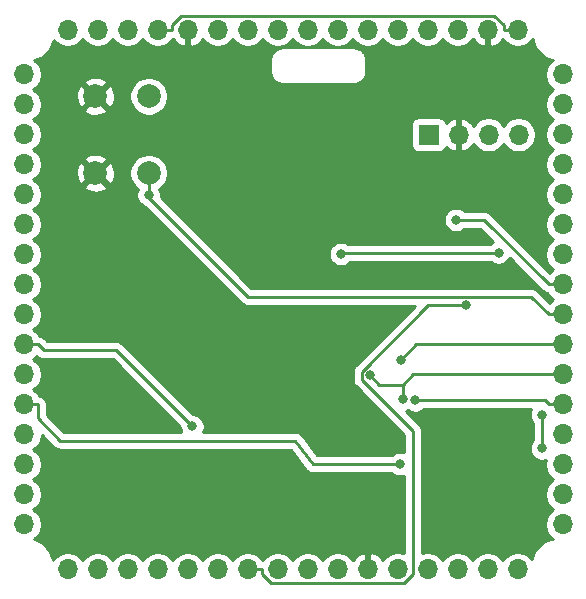
<source format=gbr>
G04 #@! TF.GenerationSoftware,KiCad,Pcbnew,(5.1.5-0-10_14)*
G04 #@! TF.CreationDate,2020-11-09T16:08:32+01:00*
G04 #@! TF.ProjectId,ATmega128_Breakout_Board_CC1101_HAT,41546d65-6761-4313-9238-5f427265616b,rev?*
G04 #@! TF.SameCoordinates,Original*
G04 #@! TF.FileFunction,Copper,L2,Bot*
G04 #@! TF.FilePolarity,Positive*
%FSLAX46Y46*%
G04 Gerber Fmt 4.6, Leading zero omitted, Abs format (unit mm)*
G04 Created by KiCad (PCBNEW (5.1.5-0-10_14)) date 2020-11-09 16:08:32*
%MOMM*%
%LPD*%
G04 APERTURE LIST*
%ADD10O,1.700000X1.700000*%
%ADD11C,2.000000*%
%ADD12R,1.700000X1.700000*%
%ADD13C,0.800000*%
%ADD14C,0.250000*%
%ADD15C,0.254000*%
G04 APERTURE END LIST*
D10*
X100850000Y-126600000D03*
X103390000Y-126600000D03*
X105930000Y-126600000D03*
X108470000Y-126600000D03*
X111010000Y-126600000D03*
X113550000Y-126600000D03*
X116090000Y-126600000D03*
X118630000Y-126600000D03*
X121170000Y-126600000D03*
X123710000Y-126600000D03*
X126250000Y-126600000D03*
X128790000Y-126600000D03*
X131330000Y-126600000D03*
X133870000Y-126600000D03*
X136410000Y-126600000D03*
X138950000Y-126600000D03*
D11*
X103200000Y-86550000D03*
X107700000Y-86550000D03*
X103200000Y-93050000D03*
X107700000Y-93050000D03*
D12*
X131400000Y-89800000D03*
D10*
X133940000Y-89800000D03*
X136480000Y-89800000D03*
X139020000Y-89800000D03*
X138950000Y-80900000D03*
X136410000Y-80900000D03*
X133870000Y-80900000D03*
X131330000Y-80900000D03*
X128790000Y-80900000D03*
X126250000Y-80900000D03*
X123710000Y-80900000D03*
X121170000Y-80900000D03*
X118630000Y-80900000D03*
X116090000Y-80900000D03*
X113550000Y-80900000D03*
X111010000Y-80900000D03*
X108470000Y-80900000D03*
X105930000Y-80900000D03*
X103390000Y-80900000D03*
X100850000Y-80900000D03*
X97150001Y-84700000D03*
X97150001Y-87240000D03*
X97150001Y-89780000D03*
X97150001Y-92320000D03*
X97150001Y-94860000D03*
X97150001Y-97400000D03*
X97150001Y-99940000D03*
X97150001Y-102480000D03*
X97150001Y-105020000D03*
X97150001Y-107560000D03*
X97150001Y-110100000D03*
X97150001Y-112640000D03*
X97150001Y-115180000D03*
X97150001Y-117720000D03*
X97150001Y-120260000D03*
X97150001Y-122800000D03*
X142750000Y-122800000D03*
X142750000Y-120260000D03*
X142750000Y-117720000D03*
X142750000Y-115180000D03*
X142750000Y-112640000D03*
X142750000Y-110100000D03*
X142750000Y-107560000D03*
X142750000Y-105020000D03*
X142750000Y-102480000D03*
X142750000Y-99940000D03*
X142750000Y-97400000D03*
X142750000Y-94860000D03*
X142750000Y-92320000D03*
X142750000Y-89780000D03*
X142750000Y-87240000D03*
X142750000Y-84700000D03*
D13*
X141000000Y-116350000D03*
X141000000Y-113500000D03*
X129000000Y-117700000D03*
X130265300Y-112297700D03*
X129254700Y-112193900D03*
X126459800Y-110182001D03*
X129071900Y-108846900D03*
X107700000Y-94900000D03*
X133728199Y-97011600D03*
X111402500Y-114487900D03*
X134606100Y-104255200D03*
X137332500Y-99787900D03*
X123971300Y-99898700D03*
X133850000Y-122550000D03*
X139949999Y-121250000D03*
X139200000Y-117750000D03*
X132350000Y-123950000D03*
X140000000Y-124000000D03*
X136000000Y-113500000D03*
X120800000Y-109749999D03*
X116900000Y-110450000D03*
X106600000Y-103700000D03*
X106500000Y-119000000D03*
X106500000Y-111200000D03*
X125800000Y-98300000D03*
X127800000Y-98300000D03*
X127800000Y-96300000D03*
X125800000Y-96300000D03*
X125800000Y-94300000D03*
X127800000Y-94300000D03*
X127800000Y-92300001D03*
X125800000Y-92300000D03*
X125799999Y-90300000D03*
X127800000Y-90300000D03*
X123800000Y-98300000D03*
X123800000Y-96300000D03*
X123800000Y-94300000D03*
X123800000Y-92300000D03*
X123800000Y-90300000D03*
X121800000Y-96300000D03*
X121800000Y-94300000D03*
X121800000Y-92300000D03*
X121800000Y-90300000D03*
X119800000Y-90300000D03*
X119800000Y-92300000D03*
X119800000Y-94300000D03*
X119800000Y-96300000D03*
X115800000Y-92300000D03*
X115800000Y-94300000D03*
X115800000Y-96300000D03*
X117800000Y-96300000D03*
X117800000Y-94300000D03*
X117800000Y-92300000D03*
X117800000Y-90300000D03*
X115800001Y-90300000D03*
X115800000Y-88300000D03*
X117800000Y-88300000D03*
X119800000Y-88300000D03*
X121800000Y-88300000D03*
X123800000Y-88300000D03*
X125800000Y-88300000D03*
X127799999Y-88300000D03*
X121800000Y-98300000D03*
X119800000Y-98300000D03*
X117800000Y-98300000D03*
X115800000Y-98300000D03*
X113800000Y-98300000D03*
X113800000Y-96300000D03*
X113800000Y-94300000D03*
X113800000Y-92300001D03*
X113800000Y-90300000D03*
X113800001Y-88300000D03*
X113800000Y-86300000D03*
X115800001Y-86300000D03*
X117800000Y-86300000D03*
X119800000Y-86300000D03*
X121800000Y-86300000D03*
X123800000Y-86300000D03*
X125799999Y-86300000D03*
X127800000Y-86300000D03*
X100100000Y-89400000D03*
X108600000Y-100400000D03*
X127370150Y-124170150D03*
X123700000Y-109800000D03*
X139500000Y-92300000D03*
X135400000Y-86300000D03*
X135000000Y-92100000D03*
X114000000Y-123000000D03*
X122000000Y-123000000D03*
X133300000Y-119700000D03*
X111900000Y-111400000D03*
X122100000Y-119400000D03*
X114000000Y-120400000D03*
X116300000Y-117300000D03*
X115200000Y-113500000D03*
X139100000Y-114800000D03*
X126400000Y-120900000D03*
X102100000Y-98900000D03*
X99000000Y-104700000D03*
X130900000Y-86400000D03*
X138900000Y-86300000D03*
X109250000Y-89500000D03*
D14*
X141000000Y-116350000D02*
X141000000Y-113500000D01*
X109645300Y-80532600D02*
X109645300Y-80900000D01*
X110453200Y-79724700D02*
X109645300Y-80532600D01*
X136966700Y-79724700D02*
X110453200Y-79724700D01*
X137774700Y-80532700D02*
X136966700Y-79724700D01*
X137774700Y-80900000D02*
X137774700Y-80532700D01*
X138950000Y-80900000D02*
X137774700Y-80900000D01*
X108470000Y-80900000D02*
X109645300Y-80900000D01*
X98325300Y-113815300D02*
X98325300Y-112640000D01*
X100206801Y-115696800D02*
X98325300Y-113815300D01*
X129000000Y-117700000D02*
X121600000Y-117700000D01*
X120100000Y-115700000D02*
X100206801Y-115696800D01*
X121600000Y-117700000D02*
X120100000Y-115700000D01*
X98325300Y-112640000D02*
X97150001Y-112640000D01*
X142750000Y-112640000D02*
X141574700Y-112640000D01*
X141232400Y-112297700D02*
X130265300Y-112297700D01*
X141574700Y-112640000D02*
X141232400Y-112297700D01*
X142750000Y-110100000D02*
X141574700Y-110100000D01*
X129254700Y-110966200D02*
X129254700Y-112193900D01*
X130120900Y-110100000D02*
X129254700Y-110966200D01*
X141574700Y-110100000D02*
X130120900Y-110100000D01*
X127244000Y-110966200D02*
X126459800Y-110182001D01*
X129254700Y-110966200D02*
X127244000Y-110966200D01*
X130358800Y-107560000D02*
X129071900Y-108846900D01*
X142750000Y-107560000D02*
X130358800Y-107560000D01*
X142750000Y-105020000D02*
X141574700Y-105020000D01*
X140084600Y-103529900D02*
X141574700Y-105020000D01*
X116082200Y-103529900D02*
X140084600Y-103529900D01*
X107700000Y-95147700D02*
X116082200Y-103529900D01*
X107700000Y-93050000D02*
X107700000Y-94900000D01*
X107700000Y-94900000D02*
X107700000Y-95147700D01*
X136106300Y-97011600D02*
X141574700Y-102480000D01*
X133728199Y-97011600D02*
X136106300Y-97011600D01*
X142750000Y-102480000D02*
X141574700Y-102480000D01*
X97150000Y-107560000D02*
X98325300Y-107560000D01*
X98812400Y-108047100D02*
X98325300Y-107560000D01*
X104961700Y-108047100D02*
X98812400Y-108047100D01*
X111402500Y-114487900D02*
X104961700Y-108047100D01*
X116090000Y-126600000D02*
X117265300Y-126600000D01*
X131353600Y-104255200D02*
X134606100Y-104255200D01*
X125730800Y-109878000D02*
X131353600Y-104255200D01*
X125730800Y-110537400D02*
X125730800Y-109878000D01*
X130060000Y-114866600D02*
X125730800Y-110537400D01*
X130060000Y-127001700D02*
X130060000Y-114866600D01*
X129286400Y-127775300D02*
X130060000Y-127001700D01*
X118073200Y-127775300D02*
X129286400Y-127775300D01*
X117265300Y-126967400D02*
X118073200Y-127775300D01*
X117265300Y-126600000D02*
X117265300Y-126967400D01*
X124082100Y-99787900D02*
X123971300Y-99898700D01*
X137332500Y-99787900D02*
X124082100Y-99787900D01*
D15*
G36*
X99642968Y-116207770D02*
G01*
X99666714Y-116236714D01*
X99695745Y-116260547D01*
X99695798Y-116260600D01*
X99729937Y-116288616D01*
X99782423Y-116331705D01*
X99782474Y-116331733D01*
X99782525Y-116331774D01*
X99853536Y-116369731D01*
X99914441Y-116402298D01*
X99914495Y-116402314D01*
X99914554Y-116402346D01*
X99989691Y-116425138D01*
X100057695Y-116445779D01*
X100057756Y-116445785D01*
X100057815Y-116445803D01*
X100136689Y-116453572D01*
X100169346Y-116456793D01*
X100169397Y-116456793D01*
X100206801Y-116460477D01*
X100244083Y-116456805D01*
X119719954Y-116459938D01*
X120957136Y-118109516D01*
X120965026Y-118124276D01*
X121001956Y-118169276D01*
X121014399Y-118185866D01*
X121025648Y-118198144D01*
X121059999Y-118240001D01*
X121076110Y-118253223D01*
X121090189Y-118268590D01*
X121133863Y-118300620D01*
X121175724Y-118334974D01*
X121194101Y-118344797D01*
X121210911Y-118357125D01*
X121259991Y-118380017D01*
X121307753Y-118405546D01*
X121327702Y-118411597D01*
X121346586Y-118420405D01*
X121399180Y-118433280D01*
X121451014Y-118449003D01*
X121471758Y-118451046D01*
X121491999Y-118456001D01*
X121546091Y-118458367D01*
X121562667Y-118460000D01*
X121583411Y-118460000D01*
X121641563Y-118462544D01*
X121658103Y-118460000D01*
X128296289Y-118460000D01*
X128340226Y-118503937D01*
X128509744Y-118617205D01*
X128698102Y-118695226D01*
X128898061Y-118735000D01*
X129101939Y-118735000D01*
X129300001Y-118695603D01*
X129300000Y-125203897D01*
X129223158Y-125172068D01*
X128936260Y-125115000D01*
X128643740Y-125115000D01*
X128356842Y-125172068D01*
X128086589Y-125284010D01*
X127843368Y-125446525D01*
X127636525Y-125653368D01*
X127514805Y-125835534D01*
X127445178Y-125718645D01*
X127250269Y-125502412D01*
X127016920Y-125328359D01*
X126754099Y-125203175D01*
X126606890Y-125158524D01*
X126377000Y-125279845D01*
X126377000Y-126473000D01*
X126397000Y-126473000D01*
X126397000Y-126727000D01*
X126377000Y-126727000D01*
X126377000Y-126747000D01*
X126123000Y-126747000D01*
X126123000Y-126727000D01*
X126103000Y-126727000D01*
X126103000Y-126473000D01*
X126123000Y-126473000D01*
X126123000Y-125279845D01*
X125893110Y-125158524D01*
X125745901Y-125203175D01*
X125483080Y-125328359D01*
X125249731Y-125502412D01*
X125054822Y-125718645D01*
X124985195Y-125835534D01*
X124863475Y-125653368D01*
X124656632Y-125446525D01*
X124413411Y-125284010D01*
X124143158Y-125172068D01*
X123856260Y-125115000D01*
X123563740Y-125115000D01*
X123276842Y-125172068D01*
X123006589Y-125284010D01*
X122763368Y-125446525D01*
X122556525Y-125653368D01*
X122440000Y-125827760D01*
X122323475Y-125653368D01*
X122116632Y-125446525D01*
X121873411Y-125284010D01*
X121603158Y-125172068D01*
X121316260Y-125115000D01*
X121023740Y-125115000D01*
X120736842Y-125172068D01*
X120466589Y-125284010D01*
X120223368Y-125446525D01*
X120016525Y-125653368D01*
X119900000Y-125827760D01*
X119783475Y-125653368D01*
X119576632Y-125446525D01*
X119333411Y-125284010D01*
X119063158Y-125172068D01*
X118776260Y-125115000D01*
X118483740Y-125115000D01*
X118196842Y-125172068D01*
X117926589Y-125284010D01*
X117683368Y-125446525D01*
X117476525Y-125653368D01*
X117360000Y-125827760D01*
X117243475Y-125653368D01*
X117036632Y-125446525D01*
X116793411Y-125284010D01*
X116523158Y-125172068D01*
X116236260Y-125115000D01*
X115943740Y-125115000D01*
X115656842Y-125172068D01*
X115386589Y-125284010D01*
X115143368Y-125446525D01*
X114936525Y-125653368D01*
X114820000Y-125827760D01*
X114703475Y-125653368D01*
X114496632Y-125446525D01*
X114253411Y-125284010D01*
X113983158Y-125172068D01*
X113696260Y-125115000D01*
X113403740Y-125115000D01*
X113116842Y-125172068D01*
X112846589Y-125284010D01*
X112603368Y-125446525D01*
X112396525Y-125653368D01*
X112280000Y-125827760D01*
X112163475Y-125653368D01*
X111956632Y-125446525D01*
X111713411Y-125284010D01*
X111443158Y-125172068D01*
X111156260Y-125115000D01*
X110863740Y-125115000D01*
X110576842Y-125172068D01*
X110306589Y-125284010D01*
X110063368Y-125446525D01*
X109856525Y-125653368D01*
X109740000Y-125827760D01*
X109623475Y-125653368D01*
X109416632Y-125446525D01*
X109173411Y-125284010D01*
X108903158Y-125172068D01*
X108616260Y-125115000D01*
X108323740Y-125115000D01*
X108036842Y-125172068D01*
X107766589Y-125284010D01*
X107523368Y-125446525D01*
X107316525Y-125653368D01*
X107200000Y-125827760D01*
X107083475Y-125653368D01*
X106876632Y-125446525D01*
X106633411Y-125284010D01*
X106363158Y-125172068D01*
X106076260Y-125115000D01*
X105783740Y-125115000D01*
X105496842Y-125172068D01*
X105226589Y-125284010D01*
X104983368Y-125446525D01*
X104776525Y-125653368D01*
X104660000Y-125827760D01*
X104543475Y-125653368D01*
X104336632Y-125446525D01*
X104093411Y-125284010D01*
X103823158Y-125172068D01*
X103536260Y-125115000D01*
X103243740Y-125115000D01*
X102956842Y-125172068D01*
X102686589Y-125284010D01*
X102443368Y-125446525D01*
X102236525Y-125653368D01*
X102120000Y-125827760D01*
X102003475Y-125653368D01*
X101796632Y-125446525D01*
X101553411Y-125284010D01*
X101283158Y-125172068D01*
X100996260Y-125115000D01*
X100703740Y-125115000D01*
X100416842Y-125172068D01*
X100146589Y-125284010D01*
X99903368Y-125446525D01*
X99696525Y-125653368D01*
X99586702Y-125817730D01*
X99533977Y-125552665D01*
X99366684Y-125148785D01*
X99123813Y-124785303D01*
X98814697Y-124476187D01*
X98451215Y-124233316D01*
X98047335Y-124066023D01*
X97955524Y-124047761D01*
X98096633Y-123953475D01*
X98303476Y-123746632D01*
X98465991Y-123503411D01*
X98577933Y-123233158D01*
X98635001Y-122946260D01*
X98635001Y-122653740D01*
X98577933Y-122366842D01*
X98465991Y-122096589D01*
X98303476Y-121853368D01*
X98096633Y-121646525D01*
X97922241Y-121530000D01*
X98096633Y-121413475D01*
X98303476Y-121206632D01*
X98465991Y-120963411D01*
X98577933Y-120693158D01*
X98635001Y-120406260D01*
X98635001Y-120113740D01*
X98577933Y-119826842D01*
X98465991Y-119556589D01*
X98303476Y-119313368D01*
X98096633Y-119106525D01*
X97922241Y-118990000D01*
X98096633Y-118873475D01*
X98303476Y-118666632D01*
X98465991Y-118423411D01*
X98577933Y-118153158D01*
X98635001Y-117866260D01*
X98635001Y-117573740D01*
X98577933Y-117286842D01*
X98465991Y-117016589D01*
X98303476Y-116773368D01*
X98096633Y-116566525D01*
X97922241Y-116450000D01*
X98096633Y-116333475D01*
X98303476Y-116126632D01*
X98465991Y-115883411D01*
X98577933Y-115613158D01*
X98635001Y-115326260D01*
X98635001Y-115199802D01*
X99642968Y-116207770D01*
G37*
X99642968Y-116207770D02*
X99666714Y-116236714D01*
X99695745Y-116260547D01*
X99695798Y-116260600D01*
X99729937Y-116288616D01*
X99782423Y-116331705D01*
X99782474Y-116331733D01*
X99782525Y-116331774D01*
X99853536Y-116369731D01*
X99914441Y-116402298D01*
X99914495Y-116402314D01*
X99914554Y-116402346D01*
X99989691Y-116425138D01*
X100057695Y-116445779D01*
X100057756Y-116445785D01*
X100057815Y-116445803D01*
X100136689Y-116453572D01*
X100169346Y-116456793D01*
X100169397Y-116456793D01*
X100206801Y-116460477D01*
X100244083Y-116456805D01*
X119719954Y-116459938D01*
X120957136Y-118109516D01*
X120965026Y-118124276D01*
X121001956Y-118169276D01*
X121014399Y-118185866D01*
X121025648Y-118198144D01*
X121059999Y-118240001D01*
X121076110Y-118253223D01*
X121090189Y-118268590D01*
X121133863Y-118300620D01*
X121175724Y-118334974D01*
X121194101Y-118344797D01*
X121210911Y-118357125D01*
X121259991Y-118380017D01*
X121307753Y-118405546D01*
X121327702Y-118411597D01*
X121346586Y-118420405D01*
X121399180Y-118433280D01*
X121451014Y-118449003D01*
X121471758Y-118451046D01*
X121491999Y-118456001D01*
X121546091Y-118458367D01*
X121562667Y-118460000D01*
X121583411Y-118460000D01*
X121641563Y-118462544D01*
X121658103Y-118460000D01*
X128296289Y-118460000D01*
X128340226Y-118503937D01*
X128509744Y-118617205D01*
X128698102Y-118695226D01*
X128898061Y-118735000D01*
X129101939Y-118735000D01*
X129300001Y-118695603D01*
X129300000Y-125203897D01*
X129223158Y-125172068D01*
X128936260Y-125115000D01*
X128643740Y-125115000D01*
X128356842Y-125172068D01*
X128086589Y-125284010D01*
X127843368Y-125446525D01*
X127636525Y-125653368D01*
X127514805Y-125835534D01*
X127445178Y-125718645D01*
X127250269Y-125502412D01*
X127016920Y-125328359D01*
X126754099Y-125203175D01*
X126606890Y-125158524D01*
X126377000Y-125279845D01*
X126377000Y-126473000D01*
X126397000Y-126473000D01*
X126397000Y-126727000D01*
X126377000Y-126727000D01*
X126377000Y-126747000D01*
X126123000Y-126747000D01*
X126123000Y-126727000D01*
X126103000Y-126727000D01*
X126103000Y-126473000D01*
X126123000Y-126473000D01*
X126123000Y-125279845D01*
X125893110Y-125158524D01*
X125745901Y-125203175D01*
X125483080Y-125328359D01*
X125249731Y-125502412D01*
X125054822Y-125718645D01*
X124985195Y-125835534D01*
X124863475Y-125653368D01*
X124656632Y-125446525D01*
X124413411Y-125284010D01*
X124143158Y-125172068D01*
X123856260Y-125115000D01*
X123563740Y-125115000D01*
X123276842Y-125172068D01*
X123006589Y-125284010D01*
X122763368Y-125446525D01*
X122556525Y-125653368D01*
X122440000Y-125827760D01*
X122323475Y-125653368D01*
X122116632Y-125446525D01*
X121873411Y-125284010D01*
X121603158Y-125172068D01*
X121316260Y-125115000D01*
X121023740Y-125115000D01*
X120736842Y-125172068D01*
X120466589Y-125284010D01*
X120223368Y-125446525D01*
X120016525Y-125653368D01*
X119900000Y-125827760D01*
X119783475Y-125653368D01*
X119576632Y-125446525D01*
X119333411Y-125284010D01*
X119063158Y-125172068D01*
X118776260Y-125115000D01*
X118483740Y-125115000D01*
X118196842Y-125172068D01*
X117926589Y-125284010D01*
X117683368Y-125446525D01*
X117476525Y-125653368D01*
X117360000Y-125827760D01*
X117243475Y-125653368D01*
X117036632Y-125446525D01*
X116793411Y-125284010D01*
X116523158Y-125172068D01*
X116236260Y-125115000D01*
X115943740Y-125115000D01*
X115656842Y-125172068D01*
X115386589Y-125284010D01*
X115143368Y-125446525D01*
X114936525Y-125653368D01*
X114820000Y-125827760D01*
X114703475Y-125653368D01*
X114496632Y-125446525D01*
X114253411Y-125284010D01*
X113983158Y-125172068D01*
X113696260Y-125115000D01*
X113403740Y-125115000D01*
X113116842Y-125172068D01*
X112846589Y-125284010D01*
X112603368Y-125446525D01*
X112396525Y-125653368D01*
X112280000Y-125827760D01*
X112163475Y-125653368D01*
X111956632Y-125446525D01*
X111713411Y-125284010D01*
X111443158Y-125172068D01*
X111156260Y-125115000D01*
X110863740Y-125115000D01*
X110576842Y-125172068D01*
X110306589Y-125284010D01*
X110063368Y-125446525D01*
X109856525Y-125653368D01*
X109740000Y-125827760D01*
X109623475Y-125653368D01*
X109416632Y-125446525D01*
X109173411Y-125284010D01*
X108903158Y-125172068D01*
X108616260Y-125115000D01*
X108323740Y-125115000D01*
X108036842Y-125172068D01*
X107766589Y-125284010D01*
X107523368Y-125446525D01*
X107316525Y-125653368D01*
X107200000Y-125827760D01*
X107083475Y-125653368D01*
X106876632Y-125446525D01*
X106633411Y-125284010D01*
X106363158Y-125172068D01*
X106076260Y-125115000D01*
X105783740Y-125115000D01*
X105496842Y-125172068D01*
X105226589Y-125284010D01*
X104983368Y-125446525D01*
X104776525Y-125653368D01*
X104660000Y-125827760D01*
X104543475Y-125653368D01*
X104336632Y-125446525D01*
X104093411Y-125284010D01*
X103823158Y-125172068D01*
X103536260Y-125115000D01*
X103243740Y-125115000D01*
X102956842Y-125172068D01*
X102686589Y-125284010D01*
X102443368Y-125446525D01*
X102236525Y-125653368D01*
X102120000Y-125827760D01*
X102003475Y-125653368D01*
X101796632Y-125446525D01*
X101553411Y-125284010D01*
X101283158Y-125172068D01*
X100996260Y-125115000D01*
X100703740Y-125115000D01*
X100416842Y-125172068D01*
X100146589Y-125284010D01*
X99903368Y-125446525D01*
X99696525Y-125653368D01*
X99586702Y-125817730D01*
X99533977Y-125552665D01*
X99366684Y-125148785D01*
X99123813Y-124785303D01*
X98814697Y-124476187D01*
X98451215Y-124233316D01*
X98047335Y-124066023D01*
X97955524Y-124047761D01*
X98096633Y-123953475D01*
X98303476Y-123746632D01*
X98465991Y-123503411D01*
X98577933Y-123233158D01*
X98635001Y-122946260D01*
X98635001Y-122653740D01*
X98577933Y-122366842D01*
X98465991Y-122096589D01*
X98303476Y-121853368D01*
X98096633Y-121646525D01*
X97922241Y-121530000D01*
X98096633Y-121413475D01*
X98303476Y-121206632D01*
X98465991Y-120963411D01*
X98577933Y-120693158D01*
X98635001Y-120406260D01*
X98635001Y-120113740D01*
X98577933Y-119826842D01*
X98465991Y-119556589D01*
X98303476Y-119313368D01*
X98096633Y-119106525D01*
X97922241Y-118990000D01*
X98096633Y-118873475D01*
X98303476Y-118666632D01*
X98465991Y-118423411D01*
X98577933Y-118153158D01*
X98635001Y-117866260D01*
X98635001Y-117573740D01*
X98577933Y-117286842D01*
X98465991Y-117016589D01*
X98303476Y-116773368D01*
X98096633Y-116566525D01*
X97922241Y-116450000D01*
X98096633Y-116333475D01*
X98303476Y-116126632D01*
X98465991Y-115883411D01*
X98577933Y-115613158D01*
X98635001Y-115326260D01*
X98635001Y-115199802D01*
X99642968Y-116207770D01*
G36*
X140004774Y-113198102D02*
G01*
X139965000Y-113398061D01*
X139965000Y-113601939D01*
X140004774Y-113801898D01*
X140082795Y-113990256D01*
X140196063Y-114159774D01*
X140240001Y-114203712D01*
X140240000Y-115646289D01*
X140196063Y-115690226D01*
X140082795Y-115859744D01*
X140004774Y-116048102D01*
X139965000Y-116248061D01*
X139965000Y-116451939D01*
X140004774Y-116651898D01*
X140082795Y-116840256D01*
X140196063Y-117009774D01*
X140340226Y-117153937D01*
X140509744Y-117267205D01*
X140698102Y-117345226D01*
X140898061Y-117385000D01*
X141101939Y-117385000D01*
X141301898Y-117345226D01*
X141311223Y-117341363D01*
X141265000Y-117573740D01*
X141265000Y-117866260D01*
X141322068Y-118153158D01*
X141434010Y-118423411D01*
X141596525Y-118666632D01*
X141803368Y-118873475D01*
X141977760Y-118990000D01*
X141803368Y-119106525D01*
X141596525Y-119313368D01*
X141434010Y-119556589D01*
X141322068Y-119826842D01*
X141265000Y-120113740D01*
X141265000Y-120406260D01*
X141322068Y-120693158D01*
X141434010Y-120963411D01*
X141596525Y-121206632D01*
X141803368Y-121413475D01*
X141977760Y-121530000D01*
X141803368Y-121646525D01*
X141596525Y-121853368D01*
X141434010Y-122096589D01*
X141322068Y-122366842D01*
X141265000Y-122653740D01*
X141265000Y-122946260D01*
X141322068Y-123233158D01*
X141434010Y-123503411D01*
X141596525Y-123746632D01*
X141803368Y-123953475D01*
X141898597Y-124017105D01*
X141652665Y-124066024D01*
X141248786Y-124233316D01*
X140885304Y-124476187D01*
X140576187Y-124785304D01*
X140333316Y-125148786D01*
X140166024Y-125552665D01*
X140136239Y-125702403D01*
X140103475Y-125653368D01*
X139896632Y-125446525D01*
X139653411Y-125284010D01*
X139383158Y-125172068D01*
X139096260Y-125115000D01*
X138803740Y-125115000D01*
X138516842Y-125172068D01*
X138246589Y-125284010D01*
X138003368Y-125446525D01*
X137796525Y-125653368D01*
X137680000Y-125827760D01*
X137563475Y-125653368D01*
X137356632Y-125446525D01*
X137113411Y-125284010D01*
X136843158Y-125172068D01*
X136556260Y-125115000D01*
X136263740Y-125115000D01*
X135976842Y-125172068D01*
X135706589Y-125284010D01*
X135463368Y-125446525D01*
X135256525Y-125653368D01*
X135140000Y-125827760D01*
X135023475Y-125653368D01*
X134816632Y-125446525D01*
X134573411Y-125284010D01*
X134303158Y-125172068D01*
X134016260Y-125115000D01*
X133723740Y-125115000D01*
X133436842Y-125172068D01*
X133166589Y-125284010D01*
X132923368Y-125446525D01*
X132716525Y-125653368D01*
X132600000Y-125827760D01*
X132483475Y-125653368D01*
X132276632Y-125446525D01*
X132033411Y-125284010D01*
X131763158Y-125172068D01*
X131476260Y-125115000D01*
X131183740Y-125115000D01*
X130896842Y-125172068D01*
X130820000Y-125203897D01*
X130820000Y-114903922D01*
X130823676Y-114866599D01*
X130820000Y-114829276D01*
X130820000Y-114829267D01*
X130809003Y-114717614D01*
X130765546Y-114574353D01*
X130694974Y-114442324D01*
X130600001Y-114326599D01*
X130571003Y-114302801D01*
X129473798Y-113205596D01*
X129556598Y-113189126D01*
X129667631Y-113143134D01*
X129775044Y-113214905D01*
X129963402Y-113292926D01*
X130163361Y-113332700D01*
X130367239Y-113332700D01*
X130567198Y-113292926D01*
X130755556Y-113214905D01*
X130925074Y-113101637D01*
X130969011Y-113057700D01*
X140062931Y-113057700D01*
X140004774Y-113198102D01*
G37*
X140004774Y-113198102D02*
X139965000Y-113398061D01*
X139965000Y-113601939D01*
X140004774Y-113801898D01*
X140082795Y-113990256D01*
X140196063Y-114159774D01*
X140240001Y-114203712D01*
X140240000Y-115646289D01*
X140196063Y-115690226D01*
X140082795Y-115859744D01*
X140004774Y-116048102D01*
X139965000Y-116248061D01*
X139965000Y-116451939D01*
X140004774Y-116651898D01*
X140082795Y-116840256D01*
X140196063Y-117009774D01*
X140340226Y-117153937D01*
X140509744Y-117267205D01*
X140698102Y-117345226D01*
X140898061Y-117385000D01*
X141101939Y-117385000D01*
X141301898Y-117345226D01*
X141311223Y-117341363D01*
X141265000Y-117573740D01*
X141265000Y-117866260D01*
X141322068Y-118153158D01*
X141434010Y-118423411D01*
X141596525Y-118666632D01*
X141803368Y-118873475D01*
X141977760Y-118990000D01*
X141803368Y-119106525D01*
X141596525Y-119313368D01*
X141434010Y-119556589D01*
X141322068Y-119826842D01*
X141265000Y-120113740D01*
X141265000Y-120406260D01*
X141322068Y-120693158D01*
X141434010Y-120963411D01*
X141596525Y-121206632D01*
X141803368Y-121413475D01*
X141977760Y-121530000D01*
X141803368Y-121646525D01*
X141596525Y-121853368D01*
X141434010Y-122096589D01*
X141322068Y-122366842D01*
X141265000Y-122653740D01*
X141265000Y-122946260D01*
X141322068Y-123233158D01*
X141434010Y-123503411D01*
X141596525Y-123746632D01*
X141803368Y-123953475D01*
X141898597Y-124017105D01*
X141652665Y-124066024D01*
X141248786Y-124233316D01*
X140885304Y-124476187D01*
X140576187Y-124785304D01*
X140333316Y-125148786D01*
X140166024Y-125552665D01*
X140136239Y-125702403D01*
X140103475Y-125653368D01*
X139896632Y-125446525D01*
X139653411Y-125284010D01*
X139383158Y-125172068D01*
X139096260Y-125115000D01*
X138803740Y-125115000D01*
X138516842Y-125172068D01*
X138246589Y-125284010D01*
X138003368Y-125446525D01*
X137796525Y-125653368D01*
X137680000Y-125827760D01*
X137563475Y-125653368D01*
X137356632Y-125446525D01*
X137113411Y-125284010D01*
X136843158Y-125172068D01*
X136556260Y-125115000D01*
X136263740Y-125115000D01*
X135976842Y-125172068D01*
X135706589Y-125284010D01*
X135463368Y-125446525D01*
X135256525Y-125653368D01*
X135140000Y-125827760D01*
X135023475Y-125653368D01*
X134816632Y-125446525D01*
X134573411Y-125284010D01*
X134303158Y-125172068D01*
X134016260Y-125115000D01*
X133723740Y-125115000D01*
X133436842Y-125172068D01*
X133166589Y-125284010D01*
X132923368Y-125446525D01*
X132716525Y-125653368D01*
X132600000Y-125827760D01*
X132483475Y-125653368D01*
X132276632Y-125446525D01*
X132033411Y-125284010D01*
X131763158Y-125172068D01*
X131476260Y-125115000D01*
X131183740Y-125115000D01*
X130896842Y-125172068D01*
X130820000Y-125203897D01*
X130820000Y-114903922D01*
X130823676Y-114866599D01*
X130820000Y-114829276D01*
X130820000Y-114829267D01*
X130809003Y-114717614D01*
X130765546Y-114574353D01*
X130694974Y-114442324D01*
X130600001Y-114326599D01*
X130571003Y-114302801D01*
X129473798Y-113205596D01*
X129556598Y-113189126D01*
X129667631Y-113143134D01*
X129775044Y-113214905D01*
X129963402Y-113292926D01*
X130163361Y-113332700D01*
X130367239Y-113332700D01*
X130567198Y-113292926D01*
X130755556Y-113214905D01*
X130925074Y-113101637D01*
X130969011Y-113057700D01*
X140062931Y-113057700D01*
X140004774Y-113198102D01*
G36*
X111137000Y-80773000D02*
G01*
X111157000Y-80773000D01*
X111157000Y-81027000D01*
X111137000Y-81027000D01*
X111137000Y-82220155D01*
X111366890Y-82341476D01*
X111514099Y-82296825D01*
X111776920Y-82171641D01*
X112010269Y-81997588D01*
X112205178Y-81781355D01*
X112274805Y-81664466D01*
X112396525Y-81846632D01*
X112603368Y-82053475D01*
X112846589Y-82215990D01*
X113116842Y-82327932D01*
X113403740Y-82385000D01*
X113696260Y-82385000D01*
X113983158Y-82327932D01*
X114253411Y-82215990D01*
X114496632Y-82053475D01*
X114703475Y-81846632D01*
X114820000Y-81672240D01*
X114936525Y-81846632D01*
X115143368Y-82053475D01*
X115386589Y-82215990D01*
X115656842Y-82327932D01*
X115943740Y-82385000D01*
X116236260Y-82385000D01*
X116523158Y-82327932D01*
X116793411Y-82215990D01*
X117036632Y-82053475D01*
X117243475Y-81846632D01*
X117360000Y-81672240D01*
X117476525Y-81846632D01*
X117683368Y-82053475D01*
X117926589Y-82215990D01*
X118196842Y-82327932D01*
X118483740Y-82385000D01*
X118776260Y-82385000D01*
X119063158Y-82327932D01*
X119333411Y-82215990D01*
X119576632Y-82053475D01*
X119783475Y-81846632D01*
X119900000Y-81672240D01*
X120016525Y-81846632D01*
X120223368Y-82053475D01*
X120466589Y-82215990D01*
X120736842Y-82327932D01*
X121023740Y-82385000D01*
X121316260Y-82385000D01*
X121603158Y-82327932D01*
X121873411Y-82215990D01*
X122116632Y-82053475D01*
X122323475Y-81846632D01*
X122440000Y-81672240D01*
X122556525Y-81846632D01*
X122763368Y-82053475D01*
X123006589Y-82215990D01*
X123276842Y-82327932D01*
X123563740Y-82385000D01*
X123856260Y-82385000D01*
X124143158Y-82327932D01*
X124413411Y-82215990D01*
X124656632Y-82053475D01*
X124863475Y-81846632D01*
X124980000Y-81672240D01*
X125096525Y-81846632D01*
X125303368Y-82053475D01*
X125546589Y-82215990D01*
X125816842Y-82327932D01*
X126103740Y-82385000D01*
X126396260Y-82385000D01*
X126683158Y-82327932D01*
X126953411Y-82215990D01*
X127196632Y-82053475D01*
X127403475Y-81846632D01*
X127520000Y-81672240D01*
X127636525Y-81846632D01*
X127843368Y-82053475D01*
X128086589Y-82215990D01*
X128356842Y-82327932D01*
X128643740Y-82385000D01*
X128936260Y-82385000D01*
X129223158Y-82327932D01*
X129493411Y-82215990D01*
X129736632Y-82053475D01*
X129943475Y-81846632D01*
X130060000Y-81672240D01*
X130176525Y-81846632D01*
X130383368Y-82053475D01*
X130626589Y-82215990D01*
X130896842Y-82327932D01*
X131183740Y-82385000D01*
X131476260Y-82385000D01*
X131763158Y-82327932D01*
X132033411Y-82215990D01*
X132276632Y-82053475D01*
X132483475Y-81846632D01*
X132600000Y-81672240D01*
X132716525Y-81846632D01*
X132923368Y-82053475D01*
X133166589Y-82215990D01*
X133436842Y-82327932D01*
X133723740Y-82385000D01*
X134016260Y-82385000D01*
X134303158Y-82327932D01*
X134573411Y-82215990D01*
X134816632Y-82053475D01*
X135023475Y-81846632D01*
X135145195Y-81664466D01*
X135214822Y-81781355D01*
X135409731Y-81997588D01*
X135643080Y-82171641D01*
X135905901Y-82296825D01*
X136053110Y-82341476D01*
X136283000Y-82220155D01*
X136283000Y-81027000D01*
X136263000Y-81027000D01*
X136263000Y-80773000D01*
X136283000Y-80773000D01*
X136283000Y-80753000D01*
X136537000Y-80753000D01*
X136537000Y-80773000D01*
X136557000Y-80773000D01*
X136557000Y-81027000D01*
X136537000Y-81027000D01*
X136537000Y-82220155D01*
X136766890Y-82341476D01*
X136914099Y-82296825D01*
X137176920Y-82171641D01*
X137410269Y-81997588D01*
X137605178Y-81781355D01*
X137674805Y-81664466D01*
X137796525Y-81846632D01*
X138003368Y-82053475D01*
X138246589Y-82215990D01*
X138516842Y-82327932D01*
X138803740Y-82385000D01*
X139096260Y-82385000D01*
X139383158Y-82327932D01*
X139653411Y-82215990D01*
X139896632Y-82053475D01*
X140103475Y-81846632D01*
X140213298Y-81682270D01*
X140266023Y-81947335D01*
X140433316Y-82351215D01*
X140676187Y-82714697D01*
X140985303Y-83023813D01*
X141348785Y-83266684D01*
X141752665Y-83433977D01*
X141921536Y-83467568D01*
X141803368Y-83546525D01*
X141596525Y-83753368D01*
X141434010Y-83996589D01*
X141322068Y-84266842D01*
X141265000Y-84553740D01*
X141265000Y-84846260D01*
X141322068Y-85133158D01*
X141434010Y-85403411D01*
X141596525Y-85646632D01*
X141803368Y-85853475D01*
X141977760Y-85970000D01*
X141803368Y-86086525D01*
X141596525Y-86293368D01*
X141434010Y-86536589D01*
X141322068Y-86806842D01*
X141265000Y-87093740D01*
X141265000Y-87386260D01*
X141322068Y-87673158D01*
X141434010Y-87943411D01*
X141596525Y-88186632D01*
X141803368Y-88393475D01*
X141977760Y-88510000D01*
X141803368Y-88626525D01*
X141596525Y-88833368D01*
X141434010Y-89076589D01*
X141322068Y-89346842D01*
X141265000Y-89633740D01*
X141265000Y-89926260D01*
X141322068Y-90213158D01*
X141434010Y-90483411D01*
X141596525Y-90726632D01*
X141803368Y-90933475D01*
X141977760Y-91050000D01*
X141803368Y-91166525D01*
X141596525Y-91373368D01*
X141434010Y-91616589D01*
X141322068Y-91886842D01*
X141265000Y-92173740D01*
X141265000Y-92466260D01*
X141322068Y-92753158D01*
X141434010Y-93023411D01*
X141596525Y-93266632D01*
X141803368Y-93473475D01*
X141977760Y-93590000D01*
X141803368Y-93706525D01*
X141596525Y-93913368D01*
X141434010Y-94156589D01*
X141322068Y-94426842D01*
X141265000Y-94713740D01*
X141265000Y-95006260D01*
X141322068Y-95293158D01*
X141434010Y-95563411D01*
X141596525Y-95806632D01*
X141803368Y-96013475D01*
X141977760Y-96130000D01*
X141803368Y-96246525D01*
X141596525Y-96453368D01*
X141434010Y-96696589D01*
X141322068Y-96966842D01*
X141265000Y-97253740D01*
X141265000Y-97546260D01*
X141322068Y-97833158D01*
X141434010Y-98103411D01*
X141596525Y-98346632D01*
X141803368Y-98553475D01*
X141977760Y-98670000D01*
X141803368Y-98786525D01*
X141596525Y-98993368D01*
X141434010Y-99236589D01*
X141322068Y-99506842D01*
X141265000Y-99793740D01*
X141265000Y-100086260D01*
X141322068Y-100373158D01*
X141434010Y-100643411D01*
X141596525Y-100886632D01*
X141803368Y-101093475D01*
X141977760Y-101210000D01*
X141803368Y-101326525D01*
X141649698Y-101480195D01*
X136670104Y-96500603D01*
X136646301Y-96471599D01*
X136530576Y-96376626D01*
X136398547Y-96306054D01*
X136255286Y-96262597D01*
X136143633Y-96251600D01*
X136143622Y-96251600D01*
X136106300Y-96247924D01*
X136068978Y-96251600D01*
X134431910Y-96251600D01*
X134387973Y-96207663D01*
X134218455Y-96094395D01*
X134030097Y-96016374D01*
X133830138Y-95976600D01*
X133626260Y-95976600D01*
X133426301Y-96016374D01*
X133237943Y-96094395D01*
X133068425Y-96207663D01*
X132924262Y-96351826D01*
X132810994Y-96521344D01*
X132732973Y-96709702D01*
X132693199Y-96909661D01*
X132693199Y-97113539D01*
X132732973Y-97313498D01*
X132810994Y-97501856D01*
X132924262Y-97671374D01*
X133068425Y-97815537D01*
X133237943Y-97928805D01*
X133426301Y-98006826D01*
X133626260Y-98046600D01*
X133830138Y-98046600D01*
X134030097Y-98006826D01*
X134218455Y-97928805D01*
X134387973Y-97815537D01*
X134431910Y-97771600D01*
X135791499Y-97771600D01*
X136876432Y-98856534D01*
X136842244Y-98870695D01*
X136672726Y-98983963D01*
X136628789Y-99027900D01*
X124531006Y-99027900D01*
X124461556Y-98981495D01*
X124273198Y-98903474D01*
X124073239Y-98863700D01*
X123869361Y-98863700D01*
X123669402Y-98903474D01*
X123481044Y-98981495D01*
X123311526Y-99094763D01*
X123167363Y-99238926D01*
X123054095Y-99408444D01*
X122976074Y-99596802D01*
X122936300Y-99796761D01*
X122936300Y-100000639D01*
X122976074Y-100200598D01*
X123054095Y-100388956D01*
X123167363Y-100558474D01*
X123311526Y-100702637D01*
X123481044Y-100815905D01*
X123669402Y-100893926D01*
X123869361Y-100933700D01*
X124073239Y-100933700D01*
X124273198Y-100893926D01*
X124461556Y-100815905D01*
X124631074Y-100702637D01*
X124775237Y-100558474D01*
X124782302Y-100547900D01*
X136628789Y-100547900D01*
X136672726Y-100591837D01*
X136842244Y-100705105D01*
X137030602Y-100783126D01*
X137230561Y-100822900D01*
X137434439Y-100822900D01*
X137634398Y-100783126D01*
X137822756Y-100705105D01*
X137992274Y-100591837D01*
X138136437Y-100447674D01*
X138249705Y-100278156D01*
X138263866Y-100243968D01*
X141010905Y-102991008D01*
X141034699Y-103020001D01*
X141063692Y-103043795D01*
X141063696Y-103043799D01*
X141134385Y-103101811D01*
X141150424Y-103114974D01*
X141282453Y-103185546D01*
X141425714Y-103229003D01*
X141467204Y-103233089D01*
X141596525Y-103426632D01*
X141803368Y-103633475D01*
X141977760Y-103750000D01*
X141803368Y-103866525D01*
X141649697Y-104020196D01*
X140648404Y-103018903D01*
X140624601Y-102989899D01*
X140508876Y-102894926D01*
X140376847Y-102824354D01*
X140233586Y-102780897D01*
X140121933Y-102769900D01*
X140121922Y-102769900D01*
X140084600Y-102766224D01*
X140047278Y-102769900D01*
X116397002Y-102769900D01*
X108717420Y-95090319D01*
X108735000Y-95001939D01*
X108735000Y-94798061D01*
X108695226Y-94598102D01*
X108617205Y-94409744D01*
X108614339Y-94405455D01*
X108742252Y-94319987D01*
X108969987Y-94092252D01*
X109148918Y-93824463D01*
X109272168Y-93526912D01*
X109335000Y-93211033D01*
X109335000Y-92888967D01*
X109272168Y-92573088D01*
X109148918Y-92275537D01*
X108969987Y-92007748D01*
X108742252Y-91780013D01*
X108474463Y-91601082D01*
X108176912Y-91477832D01*
X107861033Y-91415000D01*
X107538967Y-91415000D01*
X107223088Y-91477832D01*
X106925537Y-91601082D01*
X106657748Y-91780013D01*
X106430013Y-92007748D01*
X106251082Y-92275537D01*
X106127832Y-92573088D01*
X106065000Y-92888967D01*
X106065000Y-93211033D01*
X106127832Y-93526912D01*
X106251082Y-93824463D01*
X106430013Y-94092252D01*
X106657748Y-94319987D01*
X106785661Y-94405455D01*
X106782795Y-94409744D01*
X106704774Y-94598102D01*
X106665000Y-94798061D01*
X106665000Y-95001939D01*
X106704774Y-95201898D01*
X106782795Y-95390256D01*
X106896063Y-95559774D01*
X107040226Y-95703937D01*
X107209744Y-95817205D01*
X107354780Y-95877282D01*
X115518400Y-104040902D01*
X115542199Y-104069901D01*
X115571197Y-104093699D01*
X115657923Y-104164874D01*
X115789953Y-104235446D01*
X115933214Y-104278903D01*
X116044867Y-104289900D01*
X116044877Y-104289900D01*
X116082200Y-104293576D01*
X116119523Y-104289900D01*
X130244098Y-104289900D01*
X125219798Y-109314201D01*
X125190800Y-109337999D01*
X125167002Y-109366997D01*
X125167001Y-109366998D01*
X125095826Y-109453724D01*
X125025254Y-109585754D01*
X125010117Y-109635656D01*
X124981797Y-109729014D01*
X124970800Y-109840667D01*
X124970800Y-109840678D01*
X124967124Y-109878000D01*
X124970800Y-109915322D01*
X124970800Y-110500078D01*
X124967124Y-110537400D01*
X124970800Y-110574722D01*
X124970800Y-110574732D01*
X124981797Y-110686385D01*
X125021483Y-110817213D01*
X125025254Y-110829646D01*
X125095826Y-110961676D01*
X125115738Y-110985938D01*
X125190799Y-111077401D01*
X125219803Y-111101204D01*
X129300001Y-115181403D01*
X129300001Y-116704397D01*
X129101939Y-116665000D01*
X128898061Y-116665000D01*
X128698102Y-116704774D01*
X128509744Y-116782795D01*
X128340226Y-116896063D01*
X128296289Y-116940000D01*
X121979999Y-116940000D01*
X120742897Y-115290530D01*
X120735041Y-115275827D01*
X120698085Y-115230781D01*
X120685600Y-115214134D01*
X120674389Y-115201898D01*
X120640087Y-115160086D01*
X120623931Y-115146823D01*
X120609810Y-115131410D01*
X120566179Y-115099412D01*
X120524377Y-115065095D01*
X120505952Y-115055243D01*
X120489088Y-115042875D01*
X120440052Y-115020004D01*
X120392360Y-114994502D01*
X120372357Y-114988431D01*
X120353413Y-114979595D01*
X120300875Y-114966734D01*
X120249106Y-114951021D01*
X120228302Y-114948969D01*
X120208000Y-114943999D01*
X120153953Y-114941635D01*
X120137454Y-114940007D01*
X120116673Y-114940004D01*
X120058437Y-114937456D01*
X120041952Y-114939992D01*
X112336027Y-114938752D01*
X112397726Y-114789798D01*
X112437500Y-114589839D01*
X112437500Y-114385961D01*
X112397726Y-114186002D01*
X112319705Y-113997644D01*
X112206437Y-113828126D01*
X112062274Y-113683963D01*
X111892756Y-113570695D01*
X111704398Y-113492674D01*
X111504439Y-113452900D01*
X111442302Y-113452900D01*
X105525504Y-107536103D01*
X105501701Y-107507099D01*
X105385976Y-107412126D01*
X105253947Y-107341554D01*
X105110686Y-107298097D01*
X104999033Y-107287100D01*
X104999022Y-107287100D01*
X104961700Y-107283424D01*
X104924378Y-107287100D01*
X99127202Y-107287100D01*
X98889103Y-107049002D01*
X98865301Y-107019999D01*
X98749576Y-106925026D01*
X98617547Y-106854454D01*
X98474286Y-106810997D01*
X98432797Y-106806911D01*
X98303476Y-106613368D01*
X98096633Y-106406525D01*
X97922241Y-106290000D01*
X98096633Y-106173475D01*
X98303476Y-105966632D01*
X98465991Y-105723411D01*
X98577933Y-105453158D01*
X98635001Y-105166260D01*
X98635001Y-104873740D01*
X98577933Y-104586842D01*
X98465991Y-104316589D01*
X98303476Y-104073368D01*
X98096633Y-103866525D01*
X97922241Y-103750000D01*
X98096633Y-103633475D01*
X98303476Y-103426632D01*
X98465991Y-103183411D01*
X98577933Y-102913158D01*
X98635001Y-102626260D01*
X98635001Y-102333740D01*
X98577933Y-102046842D01*
X98465991Y-101776589D01*
X98303476Y-101533368D01*
X98096633Y-101326525D01*
X97922241Y-101210000D01*
X98096633Y-101093475D01*
X98303476Y-100886632D01*
X98465991Y-100643411D01*
X98577933Y-100373158D01*
X98635001Y-100086260D01*
X98635001Y-99793740D01*
X98577933Y-99506842D01*
X98465991Y-99236589D01*
X98303476Y-98993368D01*
X98096633Y-98786525D01*
X97922241Y-98670000D01*
X98096633Y-98553475D01*
X98303476Y-98346632D01*
X98465991Y-98103411D01*
X98577933Y-97833158D01*
X98635001Y-97546260D01*
X98635001Y-97253740D01*
X98577933Y-96966842D01*
X98465991Y-96696589D01*
X98303476Y-96453368D01*
X98096633Y-96246525D01*
X97922241Y-96130000D01*
X98096633Y-96013475D01*
X98303476Y-95806632D01*
X98465991Y-95563411D01*
X98577933Y-95293158D01*
X98635001Y-95006260D01*
X98635001Y-94713740D01*
X98577933Y-94426842D01*
X98477931Y-94185413D01*
X102244192Y-94185413D01*
X102339956Y-94449814D01*
X102629571Y-94590704D01*
X102941108Y-94672384D01*
X103262595Y-94691718D01*
X103581675Y-94647961D01*
X103886088Y-94542795D01*
X104060044Y-94449814D01*
X104155808Y-94185413D01*
X103200000Y-93229605D01*
X102244192Y-94185413D01*
X98477931Y-94185413D01*
X98465991Y-94156589D01*
X98303476Y-93913368D01*
X98096633Y-93706525D01*
X97922241Y-93590000D01*
X98096633Y-93473475D01*
X98303476Y-93266632D01*
X98406400Y-93112595D01*
X101558282Y-93112595D01*
X101602039Y-93431675D01*
X101707205Y-93736088D01*
X101800186Y-93910044D01*
X102064587Y-94005808D01*
X103020395Y-93050000D01*
X103379605Y-93050000D01*
X104335413Y-94005808D01*
X104599814Y-93910044D01*
X104740704Y-93620429D01*
X104822384Y-93308892D01*
X104841718Y-92987405D01*
X104797961Y-92668325D01*
X104692795Y-92363912D01*
X104599814Y-92189956D01*
X104335413Y-92094192D01*
X103379605Y-93050000D01*
X103020395Y-93050000D01*
X102064587Y-92094192D01*
X101800186Y-92189956D01*
X101659296Y-92479571D01*
X101577616Y-92791108D01*
X101558282Y-93112595D01*
X98406400Y-93112595D01*
X98465991Y-93023411D01*
X98577933Y-92753158D01*
X98635001Y-92466260D01*
X98635001Y-92173740D01*
X98583452Y-91914587D01*
X102244192Y-91914587D01*
X103200000Y-92870395D01*
X104155808Y-91914587D01*
X104060044Y-91650186D01*
X103770429Y-91509296D01*
X103458892Y-91427616D01*
X103137405Y-91408282D01*
X102818325Y-91452039D01*
X102513912Y-91557205D01*
X102339956Y-91650186D01*
X102244192Y-91914587D01*
X98583452Y-91914587D01*
X98577933Y-91886842D01*
X98465991Y-91616589D01*
X98303476Y-91373368D01*
X98096633Y-91166525D01*
X97922241Y-91050000D01*
X98096633Y-90933475D01*
X98303476Y-90726632D01*
X98465991Y-90483411D01*
X98577933Y-90213158D01*
X98635001Y-89926260D01*
X98635001Y-89633740D01*
X98577933Y-89346842D01*
X98465991Y-89076589D01*
X98381407Y-88950000D01*
X129911928Y-88950000D01*
X129911928Y-90650000D01*
X129924188Y-90774482D01*
X129960498Y-90894180D01*
X130019463Y-91004494D01*
X130098815Y-91101185D01*
X130195506Y-91180537D01*
X130305820Y-91239502D01*
X130425518Y-91275812D01*
X130550000Y-91288072D01*
X132250000Y-91288072D01*
X132374482Y-91275812D01*
X132494180Y-91239502D01*
X132604494Y-91180537D01*
X132701185Y-91101185D01*
X132780537Y-91004494D01*
X132839502Y-90894180D01*
X132863966Y-90813534D01*
X132939731Y-90897588D01*
X133173080Y-91071641D01*
X133435901Y-91196825D01*
X133583110Y-91241476D01*
X133813000Y-91120155D01*
X133813000Y-89927000D01*
X133793000Y-89927000D01*
X133793000Y-89673000D01*
X133813000Y-89673000D01*
X133813000Y-88479845D01*
X134067000Y-88479845D01*
X134067000Y-89673000D01*
X134087000Y-89673000D01*
X134087000Y-89927000D01*
X134067000Y-89927000D01*
X134067000Y-91120155D01*
X134296890Y-91241476D01*
X134444099Y-91196825D01*
X134706920Y-91071641D01*
X134940269Y-90897588D01*
X135135178Y-90681355D01*
X135204805Y-90564466D01*
X135326525Y-90746632D01*
X135533368Y-90953475D01*
X135776589Y-91115990D01*
X136046842Y-91227932D01*
X136333740Y-91285000D01*
X136626260Y-91285000D01*
X136913158Y-91227932D01*
X137183411Y-91115990D01*
X137426632Y-90953475D01*
X137633475Y-90746632D01*
X137750000Y-90572240D01*
X137866525Y-90746632D01*
X138073368Y-90953475D01*
X138316589Y-91115990D01*
X138586842Y-91227932D01*
X138873740Y-91285000D01*
X139166260Y-91285000D01*
X139453158Y-91227932D01*
X139723411Y-91115990D01*
X139966632Y-90953475D01*
X140173475Y-90746632D01*
X140335990Y-90503411D01*
X140447932Y-90233158D01*
X140505000Y-89946260D01*
X140505000Y-89653740D01*
X140447932Y-89366842D01*
X140335990Y-89096589D01*
X140173475Y-88853368D01*
X139966632Y-88646525D01*
X139723411Y-88484010D01*
X139453158Y-88372068D01*
X139166260Y-88315000D01*
X138873740Y-88315000D01*
X138586842Y-88372068D01*
X138316589Y-88484010D01*
X138073368Y-88646525D01*
X137866525Y-88853368D01*
X137750000Y-89027760D01*
X137633475Y-88853368D01*
X137426632Y-88646525D01*
X137183411Y-88484010D01*
X136913158Y-88372068D01*
X136626260Y-88315000D01*
X136333740Y-88315000D01*
X136046842Y-88372068D01*
X135776589Y-88484010D01*
X135533368Y-88646525D01*
X135326525Y-88853368D01*
X135204805Y-89035534D01*
X135135178Y-88918645D01*
X134940269Y-88702412D01*
X134706920Y-88528359D01*
X134444099Y-88403175D01*
X134296890Y-88358524D01*
X134067000Y-88479845D01*
X133813000Y-88479845D01*
X133583110Y-88358524D01*
X133435901Y-88403175D01*
X133173080Y-88528359D01*
X132939731Y-88702412D01*
X132863966Y-88786466D01*
X132839502Y-88705820D01*
X132780537Y-88595506D01*
X132701185Y-88498815D01*
X132604494Y-88419463D01*
X132494180Y-88360498D01*
X132374482Y-88324188D01*
X132250000Y-88311928D01*
X130550000Y-88311928D01*
X130425518Y-88324188D01*
X130305820Y-88360498D01*
X130195506Y-88419463D01*
X130098815Y-88498815D01*
X130019463Y-88595506D01*
X129960498Y-88705820D01*
X129924188Y-88825518D01*
X129911928Y-88950000D01*
X98381407Y-88950000D01*
X98303476Y-88833368D01*
X98096633Y-88626525D01*
X97922241Y-88510000D01*
X98096633Y-88393475D01*
X98303476Y-88186632D01*
X98465991Y-87943411D01*
X98572856Y-87685413D01*
X102244192Y-87685413D01*
X102339956Y-87949814D01*
X102629571Y-88090704D01*
X102941108Y-88172384D01*
X103262595Y-88191718D01*
X103581675Y-88147961D01*
X103886088Y-88042795D01*
X104060044Y-87949814D01*
X104155808Y-87685413D01*
X103200000Y-86729605D01*
X102244192Y-87685413D01*
X98572856Y-87685413D01*
X98577933Y-87673158D01*
X98635001Y-87386260D01*
X98635001Y-87093740D01*
X98577933Y-86806842D01*
X98497474Y-86612595D01*
X101558282Y-86612595D01*
X101602039Y-86931675D01*
X101707205Y-87236088D01*
X101800186Y-87410044D01*
X102064587Y-87505808D01*
X103020395Y-86550000D01*
X103379605Y-86550000D01*
X104335413Y-87505808D01*
X104599814Y-87410044D01*
X104740704Y-87120429D01*
X104822384Y-86808892D01*
X104841718Y-86487405D01*
X104828219Y-86388967D01*
X106065000Y-86388967D01*
X106065000Y-86711033D01*
X106127832Y-87026912D01*
X106251082Y-87324463D01*
X106430013Y-87592252D01*
X106657748Y-87819987D01*
X106925537Y-87998918D01*
X107223088Y-88122168D01*
X107538967Y-88185000D01*
X107861033Y-88185000D01*
X108176912Y-88122168D01*
X108474463Y-87998918D01*
X108742252Y-87819987D01*
X108969987Y-87592252D01*
X109148918Y-87324463D01*
X109272168Y-87026912D01*
X109335000Y-86711033D01*
X109335000Y-86388967D01*
X109272168Y-86073088D01*
X109148918Y-85775537D01*
X108969987Y-85507748D01*
X108742252Y-85280013D01*
X108474463Y-85101082D01*
X108176912Y-84977832D01*
X107861033Y-84915000D01*
X107538967Y-84915000D01*
X107223088Y-84977832D01*
X106925537Y-85101082D01*
X106657748Y-85280013D01*
X106430013Y-85507748D01*
X106251082Y-85775537D01*
X106127832Y-86073088D01*
X106065000Y-86388967D01*
X104828219Y-86388967D01*
X104797961Y-86168325D01*
X104692795Y-85863912D01*
X104599814Y-85689956D01*
X104335413Y-85594192D01*
X103379605Y-86550000D01*
X103020395Y-86550000D01*
X102064587Y-85594192D01*
X101800186Y-85689956D01*
X101659296Y-85979571D01*
X101577616Y-86291108D01*
X101558282Y-86612595D01*
X98497474Y-86612595D01*
X98465991Y-86536589D01*
X98303476Y-86293368D01*
X98096633Y-86086525D01*
X97922241Y-85970000D01*
X98096633Y-85853475D01*
X98303476Y-85646632D01*
X98458523Y-85414587D01*
X102244192Y-85414587D01*
X103200000Y-86370395D01*
X104155808Y-85414587D01*
X104060044Y-85150186D01*
X103770429Y-85009296D01*
X103458892Y-84927616D01*
X103137405Y-84908282D01*
X102818325Y-84952039D01*
X102513912Y-85057205D01*
X102339956Y-85150186D01*
X102244192Y-85414587D01*
X98458523Y-85414587D01*
X98465991Y-85403411D01*
X98577933Y-85133158D01*
X98635001Y-84846260D01*
X98635001Y-84553740D01*
X98577933Y-84266842D01*
X98465991Y-83996589D01*
X98303476Y-83753368D01*
X98096633Y-83546525D01*
X97978466Y-83467568D01*
X98147335Y-83433978D01*
X98162778Y-83427581D01*
X118000000Y-83427581D01*
X118000001Y-84482418D01*
X118002742Y-84510253D01*
X118002726Y-84512610D01*
X118003625Y-84521781D01*
X118007637Y-84559945D01*
X118009551Y-84579382D01*
X118009748Y-84580032D01*
X118011786Y-84599419D01*
X118023807Y-84657979D01*
X118035023Y-84716778D01*
X118037687Y-84725600D01*
X118060772Y-84800174D01*
X118083926Y-84855256D01*
X118106359Y-84910780D01*
X118110686Y-84918916D01*
X118147816Y-84987587D01*
X118181254Y-85037161D01*
X118214021Y-85087235D01*
X118219845Y-85094376D01*
X118269606Y-85154527D01*
X118312062Y-85196688D01*
X118353907Y-85239418D01*
X118361007Y-85245292D01*
X118421504Y-85294632D01*
X118471342Y-85327744D01*
X118520687Y-85361531D01*
X118528793Y-85365914D01*
X118597722Y-85402564D01*
X118653007Y-85425351D01*
X118708004Y-85448923D01*
X118716807Y-85451648D01*
X118791541Y-85474212D01*
X118850219Y-85485830D01*
X118908736Y-85498269D01*
X118917901Y-85499232D01*
X118995595Y-85506850D01*
X118995608Y-85506850D01*
X119027581Y-85509999D01*
X125092418Y-85510001D01*
X125120262Y-85507259D01*
X125122610Y-85507275D01*
X125131781Y-85506376D01*
X125169794Y-85502380D01*
X125189382Y-85500451D01*
X125190037Y-85500252D01*
X125209419Y-85498215D01*
X125267975Y-85486195D01*
X125326776Y-85474979D01*
X125335597Y-85472315D01*
X125410173Y-85449230D01*
X125465267Y-85426071D01*
X125520781Y-85403642D01*
X125528917Y-85399315D01*
X125597588Y-85362185D01*
X125647175Y-85328738D01*
X125697241Y-85295976D01*
X125704382Y-85290152D01*
X125764533Y-85240389D01*
X125806690Y-85197936D01*
X125849419Y-85156093D01*
X125855293Y-85148993D01*
X125904633Y-85088496D01*
X125937729Y-85038683D01*
X125971531Y-84989317D01*
X125975913Y-84981210D01*
X126012563Y-84912282D01*
X126035345Y-84857009D01*
X126058925Y-84801995D01*
X126061649Y-84793191D01*
X126084213Y-84718456D01*
X126095831Y-84659784D01*
X126108270Y-84601264D01*
X126109233Y-84592099D01*
X126116851Y-84514405D01*
X126116851Y-84514401D01*
X126120001Y-84482418D01*
X126119999Y-83427581D01*
X126117258Y-83399746D01*
X126117274Y-83397389D01*
X126116375Y-83388218D01*
X126112356Y-83349980D01*
X126110449Y-83330617D01*
X126110253Y-83329971D01*
X126108215Y-83310580D01*
X126096186Y-83251983D01*
X126084977Y-83193221D01*
X126082313Y-83184399D01*
X126059228Y-83109824D01*
X126036056Y-83054701D01*
X126013637Y-82999213D01*
X126009311Y-82991076D01*
X125972179Y-82922405D01*
X125938747Y-82872840D01*
X125905978Y-82822764D01*
X125900154Y-82815623D01*
X125850393Y-82755472D01*
X125807937Y-82713311D01*
X125766092Y-82670581D01*
X125758991Y-82664707D01*
X125698495Y-82615367D01*
X125648657Y-82582255D01*
X125599312Y-82548468D01*
X125591206Y-82544085D01*
X125522277Y-82507435D01*
X125466973Y-82484641D01*
X125411987Y-82461074D01*
X125403184Y-82458349D01*
X125328450Y-82435786D01*
X125269784Y-82424170D01*
X125211263Y-82411731D01*
X125202098Y-82410768D01*
X125124404Y-82403150D01*
X125124401Y-82403150D01*
X125092418Y-82400000D01*
X119027581Y-82400000D01*
X118999737Y-82402742D01*
X118997391Y-82402726D01*
X118988220Y-82403625D01*
X118950163Y-82407625D01*
X118930617Y-82409550D01*
X118929965Y-82409748D01*
X118910582Y-82411785D01*
X118851985Y-82423814D01*
X118793231Y-82435021D01*
X118784409Y-82437684D01*
X118709834Y-82460768D01*
X118654652Y-82483964D01*
X118599221Y-82506359D01*
X118591085Y-82510685D01*
X118522414Y-82547815D01*
X118472823Y-82581265D01*
X118422765Y-82614021D01*
X118415624Y-82619845D01*
X118355472Y-82669607D01*
X118313312Y-82712063D01*
X118270582Y-82753907D01*
X118264708Y-82761008D01*
X118215368Y-82821504D01*
X118182272Y-82871317D01*
X118148470Y-82920683D01*
X118144088Y-82928790D01*
X118107438Y-82997718D01*
X118084652Y-83053000D01*
X118061077Y-83108003D01*
X118058352Y-83116806D01*
X118035788Y-83191540D01*
X118024170Y-83250218D01*
X118011731Y-83308735D01*
X118010768Y-83317900D01*
X118003150Y-83395594D01*
X118000000Y-83427581D01*
X98162778Y-83427581D01*
X98551215Y-83266685D01*
X98914697Y-83023814D01*
X99223813Y-82714698D01*
X99466684Y-82351216D01*
X99633977Y-81947336D01*
X99663762Y-81797598D01*
X99696525Y-81846632D01*
X99903368Y-82053475D01*
X100146589Y-82215990D01*
X100416842Y-82327932D01*
X100703740Y-82385000D01*
X100996260Y-82385000D01*
X101283158Y-82327932D01*
X101553411Y-82215990D01*
X101796632Y-82053475D01*
X102003475Y-81846632D01*
X102120000Y-81672240D01*
X102236525Y-81846632D01*
X102443368Y-82053475D01*
X102686589Y-82215990D01*
X102956842Y-82327932D01*
X103243740Y-82385000D01*
X103536260Y-82385000D01*
X103823158Y-82327932D01*
X104093411Y-82215990D01*
X104336632Y-82053475D01*
X104543475Y-81846632D01*
X104660000Y-81672240D01*
X104776525Y-81846632D01*
X104983368Y-82053475D01*
X105226589Y-82215990D01*
X105496842Y-82327932D01*
X105783740Y-82385000D01*
X106076260Y-82385000D01*
X106363158Y-82327932D01*
X106633411Y-82215990D01*
X106876632Y-82053475D01*
X107083475Y-81846632D01*
X107200000Y-81672240D01*
X107316525Y-81846632D01*
X107523368Y-82053475D01*
X107766589Y-82215990D01*
X108036842Y-82327932D01*
X108323740Y-82385000D01*
X108616260Y-82385000D01*
X108903158Y-82327932D01*
X109173411Y-82215990D01*
X109416632Y-82053475D01*
X109623475Y-81846632D01*
X109745195Y-81664466D01*
X109814822Y-81781355D01*
X110009731Y-81997588D01*
X110243080Y-82171641D01*
X110505901Y-82296825D01*
X110653110Y-82341476D01*
X110883000Y-82220155D01*
X110883000Y-81027000D01*
X110863000Y-81027000D01*
X110863000Y-80773000D01*
X110883000Y-80773000D01*
X110883000Y-80753000D01*
X111137000Y-80753000D01*
X111137000Y-80773000D01*
G37*
X111137000Y-80773000D02*
X111157000Y-80773000D01*
X111157000Y-81027000D01*
X111137000Y-81027000D01*
X111137000Y-82220155D01*
X111366890Y-82341476D01*
X111514099Y-82296825D01*
X111776920Y-82171641D01*
X112010269Y-81997588D01*
X112205178Y-81781355D01*
X112274805Y-81664466D01*
X112396525Y-81846632D01*
X112603368Y-82053475D01*
X112846589Y-82215990D01*
X113116842Y-82327932D01*
X113403740Y-82385000D01*
X113696260Y-82385000D01*
X113983158Y-82327932D01*
X114253411Y-82215990D01*
X114496632Y-82053475D01*
X114703475Y-81846632D01*
X114820000Y-81672240D01*
X114936525Y-81846632D01*
X115143368Y-82053475D01*
X115386589Y-82215990D01*
X115656842Y-82327932D01*
X115943740Y-82385000D01*
X116236260Y-82385000D01*
X116523158Y-82327932D01*
X116793411Y-82215990D01*
X117036632Y-82053475D01*
X117243475Y-81846632D01*
X117360000Y-81672240D01*
X117476525Y-81846632D01*
X117683368Y-82053475D01*
X117926589Y-82215990D01*
X118196842Y-82327932D01*
X118483740Y-82385000D01*
X118776260Y-82385000D01*
X119063158Y-82327932D01*
X119333411Y-82215990D01*
X119576632Y-82053475D01*
X119783475Y-81846632D01*
X119900000Y-81672240D01*
X120016525Y-81846632D01*
X120223368Y-82053475D01*
X120466589Y-82215990D01*
X120736842Y-82327932D01*
X121023740Y-82385000D01*
X121316260Y-82385000D01*
X121603158Y-82327932D01*
X121873411Y-82215990D01*
X122116632Y-82053475D01*
X122323475Y-81846632D01*
X122440000Y-81672240D01*
X122556525Y-81846632D01*
X122763368Y-82053475D01*
X123006589Y-82215990D01*
X123276842Y-82327932D01*
X123563740Y-82385000D01*
X123856260Y-82385000D01*
X124143158Y-82327932D01*
X124413411Y-82215990D01*
X124656632Y-82053475D01*
X124863475Y-81846632D01*
X124980000Y-81672240D01*
X125096525Y-81846632D01*
X125303368Y-82053475D01*
X125546589Y-82215990D01*
X125816842Y-82327932D01*
X126103740Y-82385000D01*
X126396260Y-82385000D01*
X126683158Y-82327932D01*
X126953411Y-82215990D01*
X127196632Y-82053475D01*
X127403475Y-81846632D01*
X127520000Y-81672240D01*
X127636525Y-81846632D01*
X127843368Y-82053475D01*
X128086589Y-82215990D01*
X128356842Y-82327932D01*
X128643740Y-82385000D01*
X128936260Y-82385000D01*
X129223158Y-82327932D01*
X129493411Y-82215990D01*
X129736632Y-82053475D01*
X129943475Y-81846632D01*
X130060000Y-81672240D01*
X130176525Y-81846632D01*
X130383368Y-82053475D01*
X130626589Y-82215990D01*
X130896842Y-82327932D01*
X131183740Y-82385000D01*
X131476260Y-82385000D01*
X131763158Y-82327932D01*
X132033411Y-82215990D01*
X132276632Y-82053475D01*
X132483475Y-81846632D01*
X132600000Y-81672240D01*
X132716525Y-81846632D01*
X132923368Y-82053475D01*
X133166589Y-82215990D01*
X133436842Y-82327932D01*
X133723740Y-82385000D01*
X134016260Y-82385000D01*
X134303158Y-82327932D01*
X134573411Y-82215990D01*
X134816632Y-82053475D01*
X135023475Y-81846632D01*
X135145195Y-81664466D01*
X135214822Y-81781355D01*
X135409731Y-81997588D01*
X135643080Y-82171641D01*
X135905901Y-82296825D01*
X136053110Y-82341476D01*
X136283000Y-82220155D01*
X136283000Y-81027000D01*
X136263000Y-81027000D01*
X136263000Y-80773000D01*
X136283000Y-80773000D01*
X136283000Y-80753000D01*
X136537000Y-80753000D01*
X136537000Y-80773000D01*
X136557000Y-80773000D01*
X136557000Y-81027000D01*
X136537000Y-81027000D01*
X136537000Y-82220155D01*
X136766890Y-82341476D01*
X136914099Y-82296825D01*
X137176920Y-82171641D01*
X137410269Y-81997588D01*
X137605178Y-81781355D01*
X137674805Y-81664466D01*
X137796525Y-81846632D01*
X138003368Y-82053475D01*
X138246589Y-82215990D01*
X138516842Y-82327932D01*
X138803740Y-82385000D01*
X139096260Y-82385000D01*
X139383158Y-82327932D01*
X139653411Y-82215990D01*
X139896632Y-82053475D01*
X140103475Y-81846632D01*
X140213298Y-81682270D01*
X140266023Y-81947335D01*
X140433316Y-82351215D01*
X140676187Y-82714697D01*
X140985303Y-83023813D01*
X141348785Y-83266684D01*
X141752665Y-83433977D01*
X141921536Y-83467568D01*
X141803368Y-83546525D01*
X141596525Y-83753368D01*
X141434010Y-83996589D01*
X141322068Y-84266842D01*
X141265000Y-84553740D01*
X141265000Y-84846260D01*
X141322068Y-85133158D01*
X141434010Y-85403411D01*
X141596525Y-85646632D01*
X141803368Y-85853475D01*
X141977760Y-85970000D01*
X141803368Y-86086525D01*
X141596525Y-86293368D01*
X141434010Y-86536589D01*
X141322068Y-86806842D01*
X141265000Y-87093740D01*
X141265000Y-87386260D01*
X141322068Y-87673158D01*
X141434010Y-87943411D01*
X141596525Y-88186632D01*
X141803368Y-88393475D01*
X141977760Y-88510000D01*
X141803368Y-88626525D01*
X141596525Y-88833368D01*
X141434010Y-89076589D01*
X141322068Y-89346842D01*
X141265000Y-89633740D01*
X141265000Y-89926260D01*
X141322068Y-90213158D01*
X141434010Y-90483411D01*
X141596525Y-90726632D01*
X141803368Y-90933475D01*
X141977760Y-91050000D01*
X141803368Y-91166525D01*
X141596525Y-91373368D01*
X141434010Y-91616589D01*
X141322068Y-91886842D01*
X141265000Y-92173740D01*
X141265000Y-92466260D01*
X141322068Y-92753158D01*
X141434010Y-93023411D01*
X141596525Y-93266632D01*
X141803368Y-93473475D01*
X141977760Y-93590000D01*
X141803368Y-93706525D01*
X141596525Y-93913368D01*
X141434010Y-94156589D01*
X141322068Y-94426842D01*
X141265000Y-94713740D01*
X141265000Y-95006260D01*
X141322068Y-95293158D01*
X141434010Y-95563411D01*
X141596525Y-95806632D01*
X141803368Y-96013475D01*
X141977760Y-96130000D01*
X141803368Y-96246525D01*
X141596525Y-96453368D01*
X141434010Y-96696589D01*
X141322068Y-96966842D01*
X141265000Y-97253740D01*
X141265000Y-97546260D01*
X141322068Y-97833158D01*
X141434010Y-98103411D01*
X141596525Y-98346632D01*
X141803368Y-98553475D01*
X141977760Y-98670000D01*
X141803368Y-98786525D01*
X141596525Y-98993368D01*
X141434010Y-99236589D01*
X141322068Y-99506842D01*
X141265000Y-99793740D01*
X141265000Y-100086260D01*
X141322068Y-100373158D01*
X141434010Y-100643411D01*
X141596525Y-100886632D01*
X141803368Y-101093475D01*
X141977760Y-101210000D01*
X141803368Y-101326525D01*
X141649698Y-101480195D01*
X136670104Y-96500603D01*
X136646301Y-96471599D01*
X136530576Y-96376626D01*
X136398547Y-96306054D01*
X136255286Y-96262597D01*
X136143633Y-96251600D01*
X136143622Y-96251600D01*
X136106300Y-96247924D01*
X136068978Y-96251600D01*
X134431910Y-96251600D01*
X134387973Y-96207663D01*
X134218455Y-96094395D01*
X134030097Y-96016374D01*
X133830138Y-95976600D01*
X133626260Y-95976600D01*
X133426301Y-96016374D01*
X133237943Y-96094395D01*
X133068425Y-96207663D01*
X132924262Y-96351826D01*
X132810994Y-96521344D01*
X132732973Y-96709702D01*
X132693199Y-96909661D01*
X132693199Y-97113539D01*
X132732973Y-97313498D01*
X132810994Y-97501856D01*
X132924262Y-97671374D01*
X133068425Y-97815537D01*
X133237943Y-97928805D01*
X133426301Y-98006826D01*
X133626260Y-98046600D01*
X133830138Y-98046600D01*
X134030097Y-98006826D01*
X134218455Y-97928805D01*
X134387973Y-97815537D01*
X134431910Y-97771600D01*
X135791499Y-97771600D01*
X136876432Y-98856534D01*
X136842244Y-98870695D01*
X136672726Y-98983963D01*
X136628789Y-99027900D01*
X124531006Y-99027900D01*
X124461556Y-98981495D01*
X124273198Y-98903474D01*
X124073239Y-98863700D01*
X123869361Y-98863700D01*
X123669402Y-98903474D01*
X123481044Y-98981495D01*
X123311526Y-99094763D01*
X123167363Y-99238926D01*
X123054095Y-99408444D01*
X122976074Y-99596802D01*
X122936300Y-99796761D01*
X122936300Y-100000639D01*
X122976074Y-100200598D01*
X123054095Y-100388956D01*
X123167363Y-100558474D01*
X123311526Y-100702637D01*
X123481044Y-100815905D01*
X123669402Y-100893926D01*
X123869361Y-100933700D01*
X124073239Y-100933700D01*
X124273198Y-100893926D01*
X124461556Y-100815905D01*
X124631074Y-100702637D01*
X124775237Y-100558474D01*
X124782302Y-100547900D01*
X136628789Y-100547900D01*
X136672726Y-100591837D01*
X136842244Y-100705105D01*
X137030602Y-100783126D01*
X137230561Y-100822900D01*
X137434439Y-100822900D01*
X137634398Y-100783126D01*
X137822756Y-100705105D01*
X137992274Y-100591837D01*
X138136437Y-100447674D01*
X138249705Y-100278156D01*
X138263866Y-100243968D01*
X141010905Y-102991008D01*
X141034699Y-103020001D01*
X141063692Y-103043795D01*
X141063696Y-103043799D01*
X141134385Y-103101811D01*
X141150424Y-103114974D01*
X141282453Y-103185546D01*
X141425714Y-103229003D01*
X141467204Y-103233089D01*
X141596525Y-103426632D01*
X141803368Y-103633475D01*
X141977760Y-103750000D01*
X141803368Y-103866525D01*
X141649697Y-104020196D01*
X140648404Y-103018903D01*
X140624601Y-102989899D01*
X140508876Y-102894926D01*
X140376847Y-102824354D01*
X140233586Y-102780897D01*
X140121933Y-102769900D01*
X140121922Y-102769900D01*
X140084600Y-102766224D01*
X140047278Y-102769900D01*
X116397002Y-102769900D01*
X108717420Y-95090319D01*
X108735000Y-95001939D01*
X108735000Y-94798061D01*
X108695226Y-94598102D01*
X108617205Y-94409744D01*
X108614339Y-94405455D01*
X108742252Y-94319987D01*
X108969987Y-94092252D01*
X109148918Y-93824463D01*
X109272168Y-93526912D01*
X109335000Y-93211033D01*
X109335000Y-92888967D01*
X109272168Y-92573088D01*
X109148918Y-92275537D01*
X108969987Y-92007748D01*
X108742252Y-91780013D01*
X108474463Y-91601082D01*
X108176912Y-91477832D01*
X107861033Y-91415000D01*
X107538967Y-91415000D01*
X107223088Y-91477832D01*
X106925537Y-91601082D01*
X106657748Y-91780013D01*
X106430013Y-92007748D01*
X106251082Y-92275537D01*
X106127832Y-92573088D01*
X106065000Y-92888967D01*
X106065000Y-93211033D01*
X106127832Y-93526912D01*
X106251082Y-93824463D01*
X106430013Y-94092252D01*
X106657748Y-94319987D01*
X106785661Y-94405455D01*
X106782795Y-94409744D01*
X106704774Y-94598102D01*
X106665000Y-94798061D01*
X106665000Y-95001939D01*
X106704774Y-95201898D01*
X106782795Y-95390256D01*
X106896063Y-95559774D01*
X107040226Y-95703937D01*
X107209744Y-95817205D01*
X107354780Y-95877282D01*
X115518400Y-104040902D01*
X115542199Y-104069901D01*
X115571197Y-104093699D01*
X115657923Y-104164874D01*
X115789953Y-104235446D01*
X115933214Y-104278903D01*
X116044867Y-104289900D01*
X116044877Y-104289900D01*
X116082200Y-104293576D01*
X116119523Y-104289900D01*
X130244098Y-104289900D01*
X125219798Y-109314201D01*
X125190800Y-109337999D01*
X125167002Y-109366997D01*
X125167001Y-109366998D01*
X125095826Y-109453724D01*
X125025254Y-109585754D01*
X125010117Y-109635656D01*
X124981797Y-109729014D01*
X124970800Y-109840667D01*
X124970800Y-109840678D01*
X124967124Y-109878000D01*
X124970800Y-109915322D01*
X124970800Y-110500078D01*
X124967124Y-110537400D01*
X124970800Y-110574722D01*
X124970800Y-110574732D01*
X124981797Y-110686385D01*
X125021483Y-110817213D01*
X125025254Y-110829646D01*
X125095826Y-110961676D01*
X125115738Y-110985938D01*
X125190799Y-111077401D01*
X125219803Y-111101204D01*
X129300001Y-115181403D01*
X129300001Y-116704397D01*
X129101939Y-116665000D01*
X128898061Y-116665000D01*
X128698102Y-116704774D01*
X128509744Y-116782795D01*
X128340226Y-116896063D01*
X128296289Y-116940000D01*
X121979999Y-116940000D01*
X120742897Y-115290530D01*
X120735041Y-115275827D01*
X120698085Y-115230781D01*
X120685600Y-115214134D01*
X120674389Y-115201898D01*
X120640087Y-115160086D01*
X120623931Y-115146823D01*
X120609810Y-115131410D01*
X120566179Y-115099412D01*
X120524377Y-115065095D01*
X120505952Y-115055243D01*
X120489088Y-115042875D01*
X120440052Y-115020004D01*
X120392360Y-114994502D01*
X120372357Y-114988431D01*
X120353413Y-114979595D01*
X120300875Y-114966734D01*
X120249106Y-114951021D01*
X120228302Y-114948969D01*
X120208000Y-114943999D01*
X120153953Y-114941635D01*
X120137454Y-114940007D01*
X120116673Y-114940004D01*
X120058437Y-114937456D01*
X120041952Y-114939992D01*
X112336027Y-114938752D01*
X112397726Y-114789798D01*
X112437500Y-114589839D01*
X112437500Y-114385961D01*
X112397726Y-114186002D01*
X112319705Y-113997644D01*
X112206437Y-113828126D01*
X112062274Y-113683963D01*
X111892756Y-113570695D01*
X111704398Y-113492674D01*
X111504439Y-113452900D01*
X111442302Y-113452900D01*
X105525504Y-107536103D01*
X105501701Y-107507099D01*
X105385976Y-107412126D01*
X105253947Y-107341554D01*
X105110686Y-107298097D01*
X104999033Y-107287100D01*
X104999022Y-107287100D01*
X104961700Y-107283424D01*
X104924378Y-107287100D01*
X99127202Y-107287100D01*
X98889103Y-107049002D01*
X98865301Y-107019999D01*
X98749576Y-106925026D01*
X98617547Y-106854454D01*
X98474286Y-106810997D01*
X98432797Y-106806911D01*
X98303476Y-106613368D01*
X98096633Y-106406525D01*
X97922241Y-106290000D01*
X98096633Y-106173475D01*
X98303476Y-105966632D01*
X98465991Y-105723411D01*
X98577933Y-105453158D01*
X98635001Y-105166260D01*
X98635001Y-104873740D01*
X98577933Y-104586842D01*
X98465991Y-104316589D01*
X98303476Y-104073368D01*
X98096633Y-103866525D01*
X97922241Y-103750000D01*
X98096633Y-103633475D01*
X98303476Y-103426632D01*
X98465991Y-103183411D01*
X98577933Y-102913158D01*
X98635001Y-102626260D01*
X98635001Y-102333740D01*
X98577933Y-102046842D01*
X98465991Y-101776589D01*
X98303476Y-101533368D01*
X98096633Y-101326525D01*
X97922241Y-101210000D01*
X98096633Y-101093475D01*
X98303476Y-100886632D01*
X98465991Y-100643411D01*
X98577933Y-100373158D01*
X98635001Y-100086260D01*
X98635001Y-99793740D01*
X98577933Y-99506842D01*
X98465991Y-99236589D01*
X98303476Y-98993368D01*
X98096633Y-98786525D01*
X97922241Y-98670000D01*
X98096633Y-98553475D01*
X98303476Y-98346632D01*
X98465991Y-98103411D01*
X98577933Y-97833158D01*
X98635001Y-97546260D01*
X98635001Y-97253740D01*
X98577933Y-96966842D01*
X98465991Y-96696589D01*
X98303476Y-96453368D01*
X98096633Y-96246525D01*
X97922241Y-96130000D01*
X98096633Y-96013475D01*
X98303476Y-95806632D01*
X98465991Y-95563411D01*
X98577933Y-95293158D01*
X98635001Y-95006260D01*
X98635001Y-94713740D01*
X98577933Y-94426842D01*
X98477931Y-94185413D01*
X102244192Y-94185413D01*
X102339956Y-94449814D01*
X102629571Y-94590704D01*
X102941108Y-94672384D01*
X103262595Y-94691718D01*
X103581675Y-94647961D01*
X103886088Y-94542795D01*
X104060044Y-94449814D01*
X104155808Y-94185413D01*
X103200000Y-93229605D01*
X102244192Y-94185413D01*
X98477931Y-94185413D01*
X98465991Y-94156589D01*
X98303476Y-93913368D01*
X98096633Y-93706525D01*
X97922241Y-93590000D01*
X98096633Y-93473475D01*
X98303476Y-93266632D01*
X98406400Y-93112595D01*
X101558282Y-93112595D01*
X101602039Y-93431675D01*
X101707205Y-93736088D01*
X101800186Y-93910044D01*
X102064587Y-94005808D01*
X103020395Y-93050000D01*
X103379605Y-93050000D01*
X104335413Y-94005808D01*
X104599814Y-93910044D01*
X104740704Y-93620429D01*
X104822384Y-93308892D01*
X104841718Y-92987405D01*
X104797961Y-92668325D01*
X104692795Y-92363912D01*
X104599814Y-92189956D01*
X104335413Y-92094192D01*
X103379605Y-93050000D01*
X103020395Y-93050000D01*
X102064587Y-92094192D01*
X101800186Y-92189956D01*
X101659296Y-92479571D01*
X101577616Y-92791108D01*
X101558282Y-93112595D01*
X98406400Y-93112595D01*
X98465991Y-93023411D01*
X98577933Y-92753158D01*
X98635001Y-92466260D01*
X98635001Y-92173740D01*
X98583452Y-91914587D01*
X102244192Y-91914587D01*
X103200000Y-92870395D01*
X104155808Y-91914587D01*
X104060044Y-91650186D01*
X103770429Y-91509296D01*
X103458892Y-91427616D01*
X103137405Y-91408282D01*
X102818325Y-91452039D01*
X102513912Y-91557205D01*
X102339956Y-91650186D01*
X102244192Y-91914587D01*
X98583452Y-91914587D01*
X98577933Y-91886842D01*
X98465991Y-91616589D01*
X98303476Y-91373368D01*
X98096633Y-91166525D01*
X97922241Y-91050000D01*
X98096633Y-90933475D01*
X98303476Y-90726632D01*
X98465991Y-90483411D01*
X98577933Y-90213158D01*
X98635001Y-89926260D01*
X98635001Y-89633740D01*
X98577933Y-89346842D01*
X98465991Y-89076589D01*
X98381407Y-88950000D01*
X129911928Y-88950000D01*
X129911928Y-90650000D01*
X129924188Y-90774482D01*
X129960498Y-90894180D01*
X130019463Y-91004494D01*
X130098815Y-91101185D01*
X130195506Y-91180537D01*
X130305820Y-91239502D01*
X130425518Y-91275812D01*
X130550000Y-91288072D01*
X132250000Y-91288072D01*
X132374482Y-91275812D01*
X132494180Y-91239502D01*
X132604494Y-91180537D01*
X132701185Y-91101185D01*
X132780537Y-91004494D01*
X132839502Y-90894180D01*
X132863966Y-90813534D01*
X132939731Y-90897588D01*
X133173080Y-91071641D01*
X133435901Y-91196825D01*
X133583110Y-91241476D01*
X133813000Y-91120155D01*
X133813000Y-89927000D01*
X133793000Y-89927000D01*
X133793000Y-89673000D01*
X133813000Y-89673000D01*
X133813000Y-88479845D01*
X134067000Y-88479845D01*
X134067000Y-89673000D01*
X134087000Y-89673000D01*
X134087000Y-89927000D01*
X134067000Y-89927000D01*
X134067000Y-91120155D01*
X134296890Y-91241476D01*
X134444099Y-91196825D01*
X134706920Y-91071641D01*
X134940269Y-90897588D01*
X135135178Y-90681355D01*
X135204805Y-90564466D01*
X135326525Y-90746632D01*
X135533368Y-90953475D01*
X135776589Y-91115990D01*
X136046842Y-91227932D01*
X136333740Y-91285000D01*
X136626260Y-91285000D01*
X136913158Y-91227932D01*
X137183411Y-91115990D01*
X137426632Y-90953475D01*
X137633475Y-90746632D01*
X137750000Y-90572240D01*
X137866525Y-90746632D01*
X138073368Y-90953475D01*
X138316589Y-91115990D01*
X138586842Y-91227932D01*
X138873740Y-91285000D01*
X139166260Y-91285000D01*
X139453158Y-91227932D01*
X139723411Y-91115990D01*
X139966632Y-90953475D01*
X140173475Y-90746632D01*
X140335990Y-90503411D01*
X140447932Y-90233158D01*
X140505000Y-89946260D01*
X140505000Y-89653740D01*
X140447932Y-89366842D01*
X140335990Y-89096589D01*
X140173475Y-88853368D01*
X139966632Y-88646525D01*
X139723411Y-88484010D01*
X139453158Y-88372068D01*
X139166260Y-88315000D01*
X138873740Y-88315000D01*
X138586842Y-88372068D01*
X138316589Y-88484010D01*
X138073368Y-88646525D01*
X137866525Y-88853368D01*
X137750000Y-89027760D01*
X137633475Y-88853368D01*
X137426632Y-88646525D01*
X137183411Y-88484010D01*
X136913158Y-88372068D01*
X136626260Y-88315000D01*
X136333740Y-88315000D01*
X136046842Y-88372068D01*
X135776589Y-88484010D01*
X135533368Y-88646525D01*
X135326525Y-88853368D01*
X135204805Y-89035534D01*
X135135178Y-88918645D01*
X134940269Y-88702412D01*
X134706920Y-88528359D01*
X134444099Y-88403175D01*
X134296890Y-88358524D01*
X134067000Y-88479845D01*
X133813000Y-88479845D01*
X133583110Y-88358524D01*
X133435901Y-88403175D01*
X133173080Y-88528359D01*
X132939731Y-88702412D01*
X132863966Y-88786466D01*
X132839502Y-88705820D01*
X132780537Y-88595506D01*
X132701185Y-88498815D01*
X132604494Y-88419463D01*
X132494180Y-88360498D01*
X132374482Y-88324188D01*
X132250000Y-88311928D01*
X130550000Y-88311928D01*
X130425518Y-88324188D01*
X130305820Y-88360498D01*
X130195506Y-88419463D01*
X130098815Y-88498815D01*
X130019463Y-88595506D01*
X129960498Y-88705820D01*
X129924188Y-88825518D01*
X129911928Y-88950000D01*
X98381407Y-88950000D01*
X98303476Y-88833368D01*
X98096633Y-88626525D01*
X97922241Y-88510000D01*
X98096633Y-88393475D01*
X98303476Y-88186632D01*
X98465991Y-87943411D01*
X98572856Y-87685413D01*
X102244192Y-87685413D01*
X102339956Y-87949814D01*
X102629571Y-88090704D01*
X102941108Y-88172384D01*
X103262595Y-88191718D01*
X103581675Y-88147961D01*
X103886088Y-88042795D01*
X104060044Y-87949814D01*
X104155808Y-87685413D01*
X103200000Y-86729605D01*
X102244192Y-87685413D01*
X98572856Y-87685413D01*
X98577933Y-87673158D01*
X98635001Y-87386260D01*
X98635001Y-87093740D01*
X98577933Y-86806842D01*
X98497474Y-86612595D01*
X101558282Y-86612595D01*
X101602039Y-86931675D01*
X101707205Y-87236088D01*
X101800186Y-87410044D01*
X102064587Y-87505808D01*
X103020395Y-86550000D01*
X103379605Y-86550000D01*
X104335413Y-87505808D01*
X104599814Y-87410044D01*
X104740704Y-87120429D01*
X104822384Y-86808892D01*
X104841718Y-86487405D01*
X104828219Y-86388967D01*
X106065000Y-86388967D01*
X106065000Y-86711033D01*
X106127832Y-87026912D01*
X106251082Y-87324463D01*
X106430013Y-87592252D01*
X106657748Y-87819987D01*
X106925537Y-87998918D01*
X107223088Y-88122168D01*
X107538967Y-88185000D01*
X107861033Y-88185000D01*
X108176912Y-88122168D01*
X108474463Y-87998918D01*
X108742252Y-87819987D01*
X108969987Y-87592252D01*
X109148918Y-87324463D01*
X109272168Y-87026912D01*
X109335000Y-86711033D01*
X109335000Y-86388967D01*
X109272168Y-86073088D01*
X109148918Y-85775537D01*
X108969987Y-85507748D01*
X108742252Y-85280013D01*
X108474463Y-85101082D01*
X108176912Y-84977832D01*
X107861033Y-84915000D01*
X107538967Y-84915000D01*
X107223088Y-84977832D01*
X106925537Y-85101082D01*
X106657748Y-85280013D01*
X106430013Y-85507748D01*
X106251082Y-85775537D01*
X106127832Y-86073088D01*
X106065000Y-86388967D01*
X104828219Y-86388967D01*
X104797961Y-86168325D01*
X104692795Y-85863912D01*
X104599814Y-85689956D01*
X104335413Y-85594192D01*
X103379605Y-86550000D01*
X103020395Y-86550000D01*
X102064587Y-85594192D01*
X101800186Y-85689956D01*
X101659296Y-85979571D01*
X101577616Y-86291108D01*
X101558282Y-86612595D01*
X98497474Y-86612595D01*
X98465991Y-86536589D01*
X98303476Y-86293368D01*
X98096633Y-86086525D01*
X97922241Y-85970000D01*
X98096633Y-85853475D01*
X98303476Y-85646632D01*
X98458523Y-85414587D01*
X102244192Y-85414587D01*
X103200000Y-86370395D01*
X104155808Y-85414587D01*
X104060044Y-85150186D01*
X103770429Y-85009296D01*
X103458892Y-84927616D01*
X103137405Y-84908282D01*
X102818325Y-84952039D01*
X102513912Y-85057205D01*
X102339956Y-85150186D01*
X102244192Y-85414587D01*
X98458523Y-85414587D01*
X98465991Y-85403411D01*
X98577933Y-85133158D01*
X98635001Y-84846260D01*
X98635001Y-84553740D01*
X98577933Y-84266842D01*
X98465991Y-83996589D01*
X98303476Y-83753368D01*
X98096633Y-83546525D01*
X97978466Y-83467568D01*
X98147335Y-83433978D01*
X98162778Y-83427581D01*
X118000000Y-83427581D01*
X118000001Y-84482418D01*
X118002742Y-84510253D01*
X118002726Y-84512610D01*
X118003625Y-84521781D01*
X118007637Y-84559945D01*
X118009551Y-84579382D01*
X118009748Y-84580032D01*
X118011786Y-84599419D01*
X118023807Y-84657979D01*
X118035023Y-84716778D01*
X118037687Y-84725600D01*
X118060772Y-84800174D01*
X118083926Y-84855256D01*
X118106359Y-84910780D01*
X118110686Y-84918916D01*
X118147816Y-84987587D01*
X118181254Y-85037161D01*
X118214021Y-85087235D01*
X118219845Y-85094376D01*
X118269606Y-85154527D01*
X118312062Y-85196688D01*
X118353907Y-85239418D01*
X118361007Y-85245292D01*
X118421504Y-85294632D01*
X118471342Y-85327744D01*
X118520687Y-85361531D01*
X118528793Y-85365914D01*
X118597722Y-85402564D01*
X118653007Y-85425351D01*
X118708004Y-85448923D01*
X118716807Y-85451648D01*
X118791541Y-85474212D01*
X118850219Y-85485830D01*
X118908736Y-85498269D01*
X118917901Y-85499232D01*
X118995595Y-85506850D01*
X118995608Y-85506850D01*
X119027581Y-85509999D01*
X125092418Y-85510001D01*
X125120262Y-85507259D01*
X125122610Y-85507275D01*
X125131781Y-85506376D01*
X125169794Y-85502380D01*
X125189382Y-85500451D01*
X125190037Y-85500252D01*
X125209419Y-85498215D01*
X125267975Y-85486195D01*
X125326776Y-85474979D01*
X125335597Y-85472315D01*
X125410173Y-85449230D01*
X125465267Y-85426071D01*
X125520781Y-85403642D01*
X125528917Y-85399315D01*
X125597588Y-85362185D01*
X125647175Y-85328738D01*
X125697241Y-85295976D01*
X125704382Y-85290152D01*
X125764533Y-85240389D01*
X125806690Y-85197936D01*
X125849419Y-85156093D01*
X125855293Y-85148993D01*
X125904633Y-85088496D01*
X125937729Y-85038683D01*
X125971531Y-84989317D01*
X125975913Y-84981210D01*
X126012563Y-84912282D01*
X126035345Y-84857009D01*
X126058925Y-84801995D01*
X126061649Y-84793191D01*
X126084213Y-84718456D01*
X126095831Y-84659784D01*
X126108270Y-84601264D01*
X126109233Y-84592099D01*
X126116851Y-84514405D01*
X126116851Y-84514401D01*
X126120001Y-84482418D01*
X126119999Y-83427581D01*
X126117258Y-83399746D01*
X126117274Y-83397389D01*
X126116375Y-83388218D01*
X126112356Y-83349980D01*
X126110449Y-83330617D01*
X126110253Y-83329971D01*
X126108215Y-83310580D01*
X126096186Y-83251983D01*
X126084977Y-83193221D01*
X126082313Y-83184399D01*
X126059228Y-83109824D01*
X126036056Y-83054701D01*
X126013637Y-82999213D01*
X126009311Y-82991076D01*
X125972179Y-82922405D01*
X125938747Y-82872840D01*
X125905978Y-82822764D01*
X125900154Y-82815623D01*
X125850393Y-82755472D01*
X125807937Y-82713311D01*
X125766092Y-82670581D01*
X125758991Y-82664707D01*
X125698495Y-82615367D01*
X125648657Y-82582255D01*
X125599312Y-82548468D01*
X125591206Y-82544085D01*
X125522277Y-82507435D01*
X125466973Y-82484641D01*
X125411987Y-82461074D01*
X125403184Y-82458349D01*
X125328450Y-82435786D01*
X125269784Y-82424170D01*
X125211263Y-82411731D01*
X125202098Y-82410768D01*
X125124404Y-82403150D01*
X125124401Y-82403150D01*
X125092418Y-82400000D01*
X119027581Y-82400000D01*
X118999737Y-82402742D01*
X118997391Y-82402726D01*
X118988220Y-82403625D01*
X118950163Y-82407625D01*
X118930617Y-82409550D01*
X118929965Y-82409748D01*
X118910582Y-82411785D01*
X118851985Y-82423814D01*
X118793231Y-82435021D01*
X118784409Y-82437684D01*
X118709834Y-82460768D01*
X118654652Y-82483964D01*
X118599221Y-82506359D01*
X118591085Y-82510685D01*
X118522414Y-82547815D01*
X118472823Y-82581265D01*
X118422765Y-82614021D01*
X118415624Y-82619845D01*
X118355472Y-82669607D01*
X118313312Y-82712063D01*
X118270582Y-82753907D01*
X118264708Y-82761008D01*
X118215368Y-82821504D01*
X118182272Y-82871317D01*
X118148470Y-82920683D01*
X118144088Y-82928790D01*
X118107438Y-82997718D01*
X118084652Y-83053000D01*
X118061077Y-83108003D01*
X118058352Y-83116806D01*
X118035788Y-83191540D01*
X118024170Y-83250218D01*
X118011731Y-83308735D01*
X118010768Y-83317900D01*
X118003150Y-83395594D01*
X118000000Y-83427581D01*
X98162778Y-83427581D01*
X98551215Y-83266685D01*
X98914697Y-83023814D01*
X99223813Y-82714698D01*
X99466684Y-82351216D01*
X99633977Y-81947336D01*
X99663762Y-81797598D01*
X99696525Y-81846632D01*
X99903368Y-82053475D01*
X100146589Y-82215990D01*
X100416842Y-82327932D01*
X100703740Y-82385000D01*
X100996260Y-82385000D01*
X101283158Y-82327932D01*
X101553411Y-82215990D01*
X101796632Y-82053475D01*
X102003475Y-81846632D01*
X102120000Y-81672240D01*
X102236525Y-81846632D01*
X102443368Y-82053475D01*
X102686589Y-82215990D01*
X102956842Y-82327932D01*
X103243740Y-82385000D01*
X103536260Y-82385000D01*
X103823158Y-82327932D01*
X104093411Y-82215990D01*
X104336632Y-82053475D01*
X104543475Y-81846632D01*
X104660000Y-81672240D01*
X104776525Y-81846632D01*
X104983368Y-82053475D01*
X105226589Y-82215990D01*
X105496842Y-82327932D01*
X105783740Y-82385000D01*
X106076260Y-82385000D01*
X106363158Y-82327932D01*
X106633411Y-82215990D01*
X106876632Y-82053475D01*
X107083475Y-81846632D01*
X107200000Y-81672240D01*
X107316525Y-81846632D01*
X107523368Y-82053475D01*
X107766589Y-82215990D01*
X108036842Y-82327932D01*
X108323740Y-82385000D01*
X108616260Y-82385000D01*
X108903158Y-82327932D01*
X109173411Y-82215990D01*
X109416632Y-82053475D01*
X109623475Y-81846632D01*
X109745195Y-81664466D01*
X109814822Y-81781355D01*
X110009731Y-81997588D01*
X110243080Y-82171641D01*
X110505901Y-82296825D01*
X110653110Y-82341476D01*
X110883000Y-82220155D01*
X110883000Y-81027000D01*
X110863000Y-81027000D01*
X110863000Y-80773000D01*
X110883000Y-80773000D01*
X110883000Y-80753000D01*
X111137000Y-80753000D01*
X111137000Y-80773000D01*
G36*
X98272399Y-108587101D02*
G01*
X98388124Y-108682074D01*
X98520153Y-108752646D01*
X98663414Y-108796103D01*
X98775067Y-108807100D01*
X98775076Y-108807100D01*
X98812399Y-108810776D01*
X98849722Y-108807100D01*
X104646899Y-108807100D01*
X110367500Y-114527702D01*
X110367500Y-114589839D01*
X110407274Y-114789798D01*
X110468849Y-114938452D01*
X100521654Y-114936852D01*
X99085300Y-113500499D01*
X99085300Y-112677333D01*
X99088977Y-112640000D01*
X99074303Y-112491014D01*
X99030846Y-112347753D01*
X98960274Y-112215724D01*
X98865301Y-112099999D01*
X98749576Y-112005026D01*
X98617547Y-111934454D01*
X98474286Y-111890997D01*
X98432797Y-111886911D01*
X98303476Y-111693368D01*
X98096633Y-111486525D01*
X97922241Y-111370000D01*
X98096633Y-111253475D01*
X98303476Y-111046632D01*
X98465991Y-110803411D01*
X98577933Y-110533158D01*
X98635001Y-110246260D01*
X98635001Y-109953740D01*
X98577933Y-109666842D01*
X98465991Y-109396589D01*
X98303476Y-109153368D01*
X98096633Y-108946525D01*
X97922241Y-108830000D01*
X98096633Y-108713475D01*
X98250135Y-108559973D01*
X98272399Y-108587101D01*
G37*
X98272399Y-108587101D02*
X98388124Y-108682074D01*
X98520153Y-108752646D01*
X98663414Y-108796103D01*
X98775067Y-108807100D01*
X98775076Y-108807100D01*
X98812399Y-108810776D01*
X98849722Y-108807100D01*
X104646899Y-108807100D01*
X110367500Y-114527702D01*
X110367500Y-114589839D01*
X110407274Y-114789798D01*
X110468849Y-114938452D01*
X100521654Y-114936852D01*
X99085300Y-113500499D01*
X99085300Y-112677333D01*
X99088977Y-112640000D01*
X99074303Y-112491014D01*
X99030846Y-112347753D01*
X98960274Y-112215724D01*
X98865301Y-112099999D01*
X98749576Y-112005026D01*
X98617547Y-111934454D01*
X98474286Y-111890997D01*
X98432797Y-111886911D01*
X98303476Y-111693368D01*
X98096633Y-111486525D01*
X97922241Y-111370000D01*
X98096633Y-111253475D01*
X98303476Y-111046632D01*
X98465991Y-110803411D01*
X98577933Y-110533158D01*
X98635001Y-110246260D01*
X98635001Y-109953740D01*
X98577933Y-109666842D01*
X98465991Y-109396589D01*
X98303476Y-109153368D01*
X98096633Y-108946525D01*
X97922241Y-108830000D01*
X98096633Y-108713475D01*
X98250135Y-108559973D01*
X98272399Y-108587101D01*
M02*

</source>
